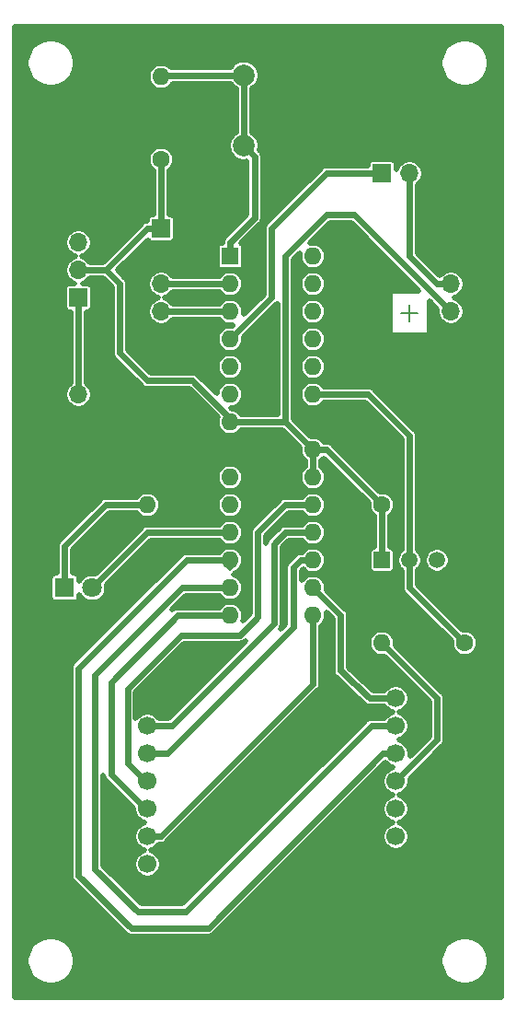
<source format=gbr>
G04 #@! TF.GenerationSoftware,KiCad,Pcbnew,(5.1.6-0)*
G04 #@! TF.CreationDate,2021-01-26T11:22:00+01:00*
G04 #@! TF.ProjectId,BAL,42414c2e-6b69-4636-9164-5f7063625858,rev?*
G04 #@! TF.SameCoordinates,PX70a3730PY8670810*
G04 #@! TF.FileFunction,Copper,L1,Top*
G04 #@! TF.FilePolarity,Positive*
%FSLAX46Y46*%
G04 Gerber Fmt 4.6, Leading zero omitted, Abs format (unit mm)*
G04 Created by KiCad (PCBNEW (5.1.6-0)) date 2021-01-26 11:22:00*
%MOMM*%
%LPD*%
G01*
G04 APERTURE LIST*
G04 #@! TA.AperFunction,NonConductor*
%ADD10C,0.200000*%
G04 #@! TD*
G04 #@! TA.AperFunction,ComponentPad*
%ADD11O,1.700000X1.700000*%
G04 #@! TD*
G04 #@! TA.AperFunction,ComponentPad*
%ADD12R,1.700000X1.700000*%
G04 #@! TD*
G04 #@! TA.AperFunction,ComponentPad*
%ADD13C,1.600000*%
G04 #@! TD*
G04 #@! TA.AperFunction,ComponentPad*
%ADD14C,1.700000*%
G04 #@! TD*
G04 #@! TA.AperFunction,ComponentPad*
%ADD15O,1.600000X1.600000*%
G04 #@! TD*
G04 #@! TA.AperFunction,ComponentPad*
%ADD16R,1.600000X1.600000*%
G04 #@! TD*
G04 #@! TA.AperFunction,ComponentPad*
%ADD17C,1.800000*%
G04 #@! TD*
G04 #@! TA.AperFunction,ComponentPad*
%ADD18R,1.800000X1.800000*%
G04 #@! TD*
G04 #@! TA.AperFunction,ComponentPad*
%ADD19C,1.500000*%
G04 #@! TD*
G04 #@! TA.AperFunction,ComponentPad*
%ADD20R,1.500000X1.500000*%
G04 #@! TD*
G04 #@! TA.AperFunction,ComponentPad*
%ADD21C,2.000000*%
G04 #@! TD*
G04 #@! TA.AperFunction,Conductor*
%ADD22C,0.600000*%
G04 #@! TD*
G04 #@! TA.AperFunction,Conductor*
%ADD23C,1.000000*%
G04 #@! TD*
G04 #@! TA.AperFunction,Conductor*
%ADD24C,0.500000*%
G04 #@! TD*
G04 APERTURE END LIST*
D10*
X36068095Y63357143D02*
X37591904Y63357143D01*
X36830000Y62595239D02*
X36830000Y64119048D01*
D11*
X6350000Y55880000D03*
D12*
X6350000Y53340000D03*
D11*
X40640000Y63500000D03*
X40640000Y66040000D03*
D12*
X40640000Y68580000D03*
D13*
X34290000Y50720000D03*
X34290000Y45720000D03*
D11*
X13970000Y63500000D03*
X13970000Y66040000D03*
X13970000Y68580000D03*
D12*
X13970000Y71120000D03*
D11*
X6350000Y69850000D03*
X6350000Y67310000D03*
D12*
X6350000Y64770000D03*
D14*
X12700000Y27940000D03*
X12700000Y10160000D03*
X12700000Y12700000D03*
X12700000Y15240000D03*
X12700000Y17780000D03*
X12700000Y20320000D03*
X12700000Y22860000D03*
X12700000Y25400000D03*
X35560000Y27940000D03*
X35560000Y25400000D03*
X35560000Y22860000D03*
X35560000Y20320000D03*
X35560000Y17780000D03*
X35560000Y15240000D03*
D12*
X35560000Y12700000D03*
D15*
X27940000Y68580000D03*
X20320000Y35560000D03*
X27940000Y66040000D03*
X20320000Y38100000D03*
X27940000Y63500000D03*
X20320000Y40640000D03*
X27940000Y60960000D03*
X20320000Y43180000D03*
X27940000Y58420000D03*
X20320000Y45720000D03*
X27940000Y55880000D03*
X20320000Y48260000D03*
X27940000Y53340000D03*
X20320000Y50800000D03*
X27940000Y50800000D03*
X20320000Y53340000D03*
X27940000Y48260000D03*
X20320000Y55880000D03*
X27940000Y45720000D03*
X20320000Y58420000D03*
X27940000Y43180000D03*
X20320000Y60960000D03*
X27940000Y40640000D03*
X20320000Y63500000D03*
X27940000Y38100000D03*
X20320000Y66040000D03*
X27940000Y35560000D03*
D16*
X20320000Y68580000D03*
D15*
X12700000Y45720000D03*
D13*
X12700000Y53340000D03*
D17*
X7620000Y38100000D03*
D18*
X5080000Y38100000D03*
D19*
X41910000Y40640000D03*
X39370000Y40640000D03*
X36830000Y40640000D03*
D20*
X34290000Y40640000D03*
D11*
X36830000Y76200000D03*
D12*
X34290000Y76200000D03*
D21*
X21590000Y85240000D03*
X26090000Y85240000D03*
X21590000Y78740000D03*
X26090000Y78740000D03*
D15*
X13970000Y85090000D03*
D13*
X13970000Y77470000D03*
D15*
X34290000Y33020000D03*
D13*
X41910000Y33020000D03*
D22*
X27940000Y50800000D02*
X27940000Y48260000D01*
X29210000Y50800000D02*
X30480000Y49530000D01*
X27940000Y50800000D02*
X29210000Y50800000D01*
D23*
X20320000Y53659998D02*
X20320000Y53340000D01*
D22*
X16829998Y57150000D02*
X20320000Y53659998D01*
X10160000Y59690000D02*
X12700000Y57150000D01*
X12700000Y57150000D02*
X16829998Y57150000D01*
X6350000Y67310000D02*
X8890000Y67310000D01*
X10160000Y66040000D02*
X10160000Y59690000D01*
X8890000Y67310000D02*
X10160000Y66040000D01*
X12700000Y71120000D02*
X8890000Y67310000D01*
X13970000Y71120000D02*
X12700000Y71120000D01*
X34290000Y40640000D02*
X34290000Y45720000D01*
X35560000Y20861998D02*
X35560000Y20320000D01*
X25400000Y53340000D02*
X27940000Y50800000D01*
X20320000Y53340000D02*
X25400000Y53340000D01*
X13970000Y77470000D02*
X13970000Y71120000D01*
X30480000Y49530000D02*
X34290000Y45720000D01*
X35560000Y20320000D02*
X39370000Y24130000D01*
X39370000Y27940000D02*
X34290000Y33020000D01*
X39370000Y26670000D02*
X39370000Y27940000D01*
X39370000Y24130000D02*
X39370000Y26670000D01*
X25400000Y68580000D02*
X25400000Y53340000D01*
X29210000Y72390000D02*
X25400000Y68580000D01*
X31750000Y72390000D02*
X29210000Y72390000D01*
X40640000Y63500000D02*
X31750000Y72390000D01*
X17780000Y53340000D02*
X20320000Y50800000D01*
X12700000Y53340000D02*
X17780000Y53340000D01*
X5080000Y38100000D02*
X5080000Y41910000D01*
X8890000Y45720000D02*
X12700000Y45720000D01*
X5080000Y41910000D02*
X8890000Y45720000D01*
X21590000Y85240000D02*
X21590000Y78740000D01*
X20320000Y68580000D02*
X20320000Y69850000D01*
X22589999Y72119999D02*
X22589999Y77740001D01*
X22589999Y77740001D02*
X21590000Y78740000D01*
X20320000Y69850000D02*
X22589999Y72119999D01*
X14120000Y85240000D02*
X13970000Y85090000D01*
X21590000Y85240000D02*
X14120000Y85240000D01*
X9349990Y29449326D02*
X15460664Y35560000D01*
X9349989Y20932009D02*
X9349990Y29449326D01*
X15460664Y35560000D02*
X20320000Y35560000D01*
X12501998Y17780000D02*
X9349989Y20932009D01*
D23*
X12700000Y17780000D02*
X12501998Y17780000D01*
D22*
X21184001Y33759999D02*
X22860000Y35435998D01*
X15781997Y33759999D02*
X21184001Y33759999D01*
X10849999Y21971999D02*
X10849999Y28828001D01*
X10849999Y28828001D02*
X15781997Y33759999D01*
X12501998Y20320000D02*
X10849999Y21971999D01*
D23*
X12700000Y20320000D02*
X12501998Y20320000D01*
D22*
X22860000Y35435998D02*
X22860000Y43180000D01*
X25400000Y45720000D02*
X27940000Y45720000D01*
X22860000Y43180000D02*
X25400000Y45720000D01*
D23*
X12700000Y25400000D02*
X12824002Y25400000D01*
D22*
X14945336Y25400000D02*
X24360010Y34814674D01*
X12700000Y25400000D02*
X14945336Y25400000D01*
X24360010Y34814674D02*
X24360010Y42140010D01*
X25400000Y43180000D02*
X27940000Y43180000D01*
X24360010Y42140010D02*
X25400000Y43180000D01*
X26808630Y40640000D02*
X27940000Y40640000D01*
X26139999Y39971369D02*
X26808630Y40640000D01*
X26139999Y34473329D02*
X26139999Y39971369D01*
X14526670Y22860000D02*
X26139999Y34473329D01*
X12700000Y22860000D02*
X14526670Y22860000D01*
X12700000Y43180000D02*
X20320000Y43180000D01*
X7620000Y38100000D02*
X12700000Y43180000D01*
X27940000Y29277919D02*
X27940000Y35560000D01*
X13902081Y15240000D02*
X27940000Y29277919D01*
X12700000Y15240000D02*
X13902081Y15240000D01*
X15879330Y38100000D02*
X20320000Y38100000D01*
X7849981Y30070651D02*
X15879330Y38100000D01*
X16206586Y8309999D02*
X11811999Y8309999D01*
X7849981Y12272017D02*
X7849981Y30070651D01*
X11811999Y8309999D02*
X7849981Y12272017D01*
X33296587Y25400000D02*
X16206586Y8309999D01*
X35560000Y25400000D02*
X33296587Y25400000D01*
D24*
X20320000Y39950002D02*
X20320000Y40640000D01*
D22*
X11190674Y6809990D02*
X6349971Y11650693D01*
X18307908Y6809989D02*
X11190674Y6809990D01*
X34357919Y22860000D02*
X18307908Y6809989D01*
X35560000Y22860000D02*
X34357919Y22860000D01*
X16297996Y40640000D02*
X20320000Y40640000D01*
X6349972Y30691976D02*
X16297996Y40640000D01*
X6349971Y11650693D02*
X6349972Y30691976D01*
X33020000Y55880000D02*
X27940000Y55880000D01*
X36830000Y52070000D02*
X33020000Y55880000D01*
X36830000Y40640000D02*
X36830000Y52070000D01*
X36830000Y38100000D02*
X41910000Y33020000D01*
X36830000Y40640000D02*
X36830000Y38100000D01*
X6350000Y64770000D02*
X6350000Y55880000D01*
X20320000Y63500000D02*
X13970000Y63500000D01*
X13970000Y66040000D02*
X20320000Y66040000D01*
X33158616Y27940000D02*
X35560000Y27940000D01*
X30480000Y30480000D02*
X33158616Y27940000D01*
X30480000Y35560000D02*
X30480000Y30480000D01*
X27940000Y38100000D02*
X30480000Y35560000D01*
X39370000Y66040000D02*
X40640000Y66040000D01*
X36830000Y68580000D02*
X39370000Y66040000D01*
X36830000Y76200000D02*
X36830000Y68580000D01*
X24130000Y64770000D02*
X20320000Y60960000D01*
X24130000Y71120000D02*
X24130000Y64770000D01*
X29210000Y76200000D02*
X24130000Y71120000D01*
X34290000Y76200000D02*
X29210000Y76200000D01*
D24*
G36*
X45220001Y500000D02*
G01*
X500000Y500000D01*
X500000Y4034562D01*
X1529981Y4034562D01*
X1529981Y3585438D01*
X1617601Y3144943D01*
X1789473Y2730006D01*
X2038994Y2356573D01*
X2356573Y2038994D01*
X2730006Y1789473D01*
X3144943Y1617601D01*
X3585438Y1529981D01*
X4034562Y1529981D01*
X4475057Y1617601D01*
X4889994Y1789473D01*
X5263427Y2038994D01*
X5581006Y2356573D01*
X5830527Y2730006D01*
X6002399Y3144943D01*
X6090019Y3585438D01*
X6090019Y4034562D01*
X39629981Y4034562D01*
X39629981Y3585438D01*
X39717601Y3144943D01*
X39889473Y2730006D01*
X40138994Y2356573D01*
X40456573Y2038994D01*
X40830006Y1789473D01*
X41244943Y1617601D01*
X41685438Y1529981D01*
X42134562Y1529981D01*
X42575057Y1617601D01*
X42989994Y1789473D01*
X43363427Y2038994D01*
X43681006Y2356573D01*
X43930527Y2730006D01*
X44102399Y3144943D01*
X44190019Y3585438D01*
X44190019Y4034562D01*
X44102399Y4475057D01*
X43930527Y4889994D01*
X43681006Y5263427D01*
X43363427Y5581006D01*
X42989994Y5830527D01*
X42575057Y6002399D01*
X42134562Y6090019D01*
X41685438Y6090019D01*
X41244943Y6002399D01*
X40830006Y5830527D01*
X40456573Y5581006D01*
X40138994Y5263427D01*
X39889473Y4889994D01*
X39717601Y4475057D01*
X39629981Y4034562D01*
X6090019Y4034562D01*
X6002399Y4475057D01*
X5830527Y4889994D01*
X5581006Y5263427D01*
X5263427Y5581006D01*
X4889994Y5830527D01*
X4475057Y6002399D01*
X4034562Y6090019D01*
X3585438Y6090019D01*
X3144943Y6002399D01*
X2730006Y5830527D01*
X2356573Y5581006D01*
X2038994Y5263427D01*
X1789473Y4889994D01*
X1617601Y4475057D01*
X1529981Y4034562D01*
X500000Y4034562D01*
X500000Y11650693D01*
X5596344Y11650693D01*
X5599971Y11613866D01*
X5599971Y11613859D01*
X5610824Y11503668D01*
X5653710Y11362293D01*
X5723352Y11232001D01*
X5817076Y11117799D01*
X5845685Y11094320D01*
X10634304Y6305700D01*
X10657779Y6277096D01*
X10686382Y6253622D01*
X10686390Y6253614D01*
X10771981Y6183371D01*
X10902273Y6113729D01*
X11043648Y6070843D01*
X11190674Y6056363D01*
X11227512Y6059991D01*
X18271080Y6059989D01*
X18307908Y6056362D01*
X18344735Y6059989D01*
X18344742Y6059989D01*
X18454933Y6070842D01*
X18596308Y6113728D01*
X18726600Y6183370D01*
X18840802Y6277094D01*
X18864281Y6305703D01*
X34570050Y22011472D01*
X34731298Y21850224D01*
X34944219Y21707955D01*
X35180804Y21609958D01*
X35281140Y21590000D01*
X35180804Y21570042D01*
X34944219Y21472045D01*
X34731298Y21329776D01*
X34550224Y21148702D01*
X34407955Y20935781D01*
X34309958Y20699196D01*
X34260000Y20448039D01*
X34260000Y20191961D01*
X34309958Y19940804D01*
X34407955Y19704219D01*
X34550224Y19491298D01*
X34731298Y19310224D01*
X34944219Y19167955D01*
X35180804Y19069958D01*
X35281140Y19050000D01*
X35180804Y19030042D01*
X34944219Y18932045D01*
X34731298Y18789776D01*
X34550224Y18608702D01*
X34407955Y18395781D01*
X34309958Y18159196D01*
X34260000Y17908039D01*
X34260000Y17651961D01*
X34309958Y17400804D01*
X34407955Y17164219D01*
X34550224Y16951298D01*
X34731298Y16770224D01*
X34944219Y16627955D01*
X35180804Y16529958D01*
X35281140Y16510000D01*
X35180804Y16490042D01*
X34944219Y16392045D01*
X34731298Y16249776D01*
X34550224Y16068702D01*
X34407955Y15855781D01*
X34309958Y15619196D01*
X34260000Y15368039D01*
X34260000Y15111961D01*
X34309958Y14860804D01*
X34407955Y14624219D01*
X34550224Y14411298D01*
X34731298Y14230224D01*
X34944219Y14087955D01*
X35180804Y13989958D01*
X35431961Y13940000D01*
X35688039Y13940000D01*
X35939196Y13989958D01*
X36175781Y14087955D01*
X36388702Y14230224D01*
X36569776Y14411298D01*
X36712045Y14624219D01*
X36810042Y14860804D01*
X36860000Y15111961D01*
X36860000Y15368039D01*
X36810042Y15619196D01*
X36712045Y15855781D01*
X36569776Y16068702D01*
X36388702Y16249776D01*
X36175781Y16392045D01*
X35939196Y16490042D01*
X35838860Y16510000D01*
X35939196Y16529958D01*
X36175781Y16627955D01*
X36388702Y16770224D01*
X36569776Y16951298D01*
X36712045Y17164219D01*
X36810042Y17400804D01*
X36860000Y17651961D01*
X36860000Y17908039D01*
X36810042Y18159196D01*
X36712045Y18395781D01*
X36569776Y18608702D01*
X36388702Y18789776D01*
X36175781Y18932045D01*
X35939196Y19030042D01*
X35838860Y19050000D01*
X35939196Y19069958D01*
X36175781Y19167955D01*
X36388702Y19310224D01*
X36569776Y19491298D01*
X36712045Y19704219D01*
X36810042Y19940804D01*
X36860000Y20191961D01*
X36860000Y20448039D01*
X36841534Y20540875D01*
X39874287Y23573627D01*
X39902895Y23597105D01*
X39996619Y23711307D01*
X40066261Y23841599D01*
X40109147Y23982974D01*
X40120000Y24093165D01*
X40120000Y24093172D01*
X40123627Y24130000D01*
X40120000Y24166828D01*
X40120000Y27903173D01*
X40123627Y27940000D01*
X40120000Y27976828D01*
X40120000Y27976835D01*
X40109147Y28087026D01*
X40066261Y28228401D01*
X39996619Y28358693D01*
X39902895Y28472895D01*
X39874286Y28496374D01*
X35529012Y32841647D01*
X35540000Y32896886D01*
X35540000Y33143114D01*
X35491963Y33384611D01*
X35397735Y33612097D01*
X35260938Y33816828D01*
X35086828Y33990938D01*
X34882097Y34127735D01*
X34654611Y34221963D01*
X34413114Y34270000D01*
X34166886Y34270000D01*
X33925389Y34221963D01*
X33697903Y34127735D01*
X33493172Y33990938D01*
X33319062Y33816828D01*
X33182265Y33612097D01*
X33088037Y33384611D01*
X33040000Y33143114D01*
X33040000Y32896886D01*
X33088037Y32655389D01*
X33182265Y32427903D01*
X33319062Y32223172D01*
X33493172Y32049062D01*
X33697903Y31912265D01*
X33925389Y31818037D01*
X34166886Y31770000D01*
X34413114Y31770000D01*
X34468353Y31780988D01*
X38620001Y27629339D01*
X38620000Y26633166D01*
X38620001Y26633156D01*
X38620000Y24440660D01*
X36847262Y22667921D01*
X36860000Y22731961D01*
X36860000Y22988039D01*
X36810042Y23239196D01*
X36712045Y23475781D01*
X36569776Y23688702D01*
X36388702Y23869776D01*
X36175781Y24012045D01*
X35939196Y24110042D01*
X35838860Y24130000D01*
X35939196Y24149958D01*
X36175781Y24247955D01*
X36388702Y24390224D01*
X36569776Y24571298D01*
X36712045Y24784219D01*
X36810042Y25020804D01*
X36860000Y25271961D01*
X36860000Y25528039D01*
X36810042Y25779196D01*
X36712045Y26015781D01*
X36569776Y26228702D01*
X36388702Y26409776D01*
X36175781Y26552045D01*
X35939196Y26650042D01*
X35838860Y26670000D01*
X35939196Y26689958D01*
X36175781Y26787955D01*
X36388702Y26930224D01*
X36569776Y27111298D01*
X36712045Y27324219D01*
X36810042Y27560804D01*
X36860000Y27811961D01*
X36860000Y28068039D01*
X36810042Y28319196D01*
X36712045Y28555781D01*
X36569776Y28768702D01*
X36388702Y28949776D01*
X36175781Y29092045D01*
X35939196Y29190042D01*
X35688039Y29240000D01*
X35431961Y29240000D01*
X35180804Y29190042D01*
X34944219Y29092045D01*
X34731298Y28949776D01*
X34550224Y28768702D01*
X34497637Y28690000D01*
X33457673Y28690000D01*
X31230000Y30802391D01*
X31230000Y35523176D01*
X31233627Y35560001D01*
X31230000Y35596826D01*
X31230000Y35596835D01*
X31219147Y35707026D01*
X31176261Y35848401D01*
X31106619Y35978693D01*
X31095391Y35992374D01*
X31036376Y36064285D01*
X31036369Y36064292D01*
X31012895Y36092895D01*
X30984292Y36116369D01*
X29179012Y37921647D01*
X29190000Y37976886D01*
X29190000Y38223114D01*
X29141963Y38464611D01*
X29047735Y38692097D01*
X28910938Y38896828D01*
X28736828Y39070938D01*
X28532097Y39207735D01*
X28304611Y39301963D01*
X28063114Y39350000D01*
X27816886Y39350000D01*
X27575389Y39301963D01*
X27347903Y39207735D01*
X27143172Y39070938D01*
X26969062Y38896828D01*
X26889999Y38778502D01*
X26889999Y39660710D01*
X27020762Y39791472D01*
X27143172Y39669062D01*
X27347903Y39532265D01*
X27575389Y39438037D01*
X27816886Y39390000D01*
X28063114Y39390000D01*
X28304611Y39438037D01*
X28532097Y39532265D01*
X28736828Y39669062D01*
X28910938Y39843172D01*
X29047735Y40047903D01*
X29141963Y40275389D01*
X29190000Y40516886D01*
X29190000Y40763114D01*
X29141963Y41004611D01*
X29047735Y41232097D01*
X28910938Y41436828D01*
X28736828Y41610938D01*
X28532097Y41747735D01*
X28304611Y41841963D01*
X28063114Y41890000D01*
X27816886Y41890000D01*
X27575389Y41841963D01*
X27347903Y41747735D01*
X27143172Y41610938D01*
X26969062Y41436828D01*
X26937773Y41390000D01*
X26845457Y41390000D01*
X26808629Y41393627D01*
X26771802Y41390000D01*
X26771795Y41390000D01*
X26661604Y41379147D01*
X26520229Y41336261D01*
X26389937Y41266619D01*
X26275735Y41172895D01*
X26252256Y41144286D01*
X25635714Y40527743D01*
X25607105Y40504264D01*
X25583626Y40475655D01*
X25583623Y40475652D01*
X25556130Y40442151D01*
X25513381Y40390062D01*
X25492823Y40351600D01*
X25443738Y40259769D01*
X25400852Y40118394D01*
X25386372Y39971369D01*
X25390000Y39934532D01*
X25389999Y34783990D01*
X24916324Y34310315D01*
X24921298Y34316375D01*
X24986629Y34395981D01*
X25056271Y34526273D01*
X25099157Y34667648D01*
X25108565Y34763172D01*
X25110010Y34777839D01*
X25110010Y34777846D01*
X25113637Y34814674D01*
X25110010Y34851502D01*
X25110010Y41829351D01*
X25710660Y42430000D01*
X26937773Y42430000D01*
X26969062Y42383172D01*
X27143172Y42209062D01*
X27347903Y42072265D01*
X27575389Y41978037D01*
X27816886Y41930000D01*
X28063114Y41930000D01*
X28304611Y41978037D01*
X28532097Y42072265D01*
X28736828Y42209062D01*
X28910938Y42383172D01*
X29047735Y42587903D01*
X29141963Y42815389D01*
X29190000Y43056886D01*
X29190000Y43303114D01*
X29141963Y43544611D01*
X29047735Y43772097D01*
X28910938Y43976828D01*
X28736828Y44150938D01*
X28532097Y44287735D01*
X28304611Y44381963D01*
X28063114Y44430000D01*
X27816886Y44430000D01*
X27575389Y44381963D01*
X27347903Y44287735D01*
X27143172Y44150938D01*
X26969062Y43976828D01*
X26937773Y43930000D01*
X25436827Y43930000D01*
X25400000Y43933627D01*
X25363172Y43930000D01*
X25363165Y43930000D01*
X25252974Y43919147D01*
X25111599Y43876261D01*
X24981307Y43806619D01*
X24867105Y43712895D01*
X24843626Y43684286D01*
X23855725Y42696384D01*
X23827116Y42672905D01*
X23803637Y42644296D01*
X23803634Y42644293D01*
X23786672Y42623624D01*
X23733392Y42558703D01*
X23721588Y42536619D01*
X23663749Y42428410D01*
X23620863Y42287035D01*
X23610000Y42176736D01*
X23610000Y42869341D01*
X25710661Y44970000D01*
X26937773Y44970000D01*
X26969062Y44923172D01*
X27143172Y44749062D01*
X27347903Y44612265D01*
X27575389Y44518037D01*
X27816886Y44470000D01*
X28063114Y44470000D01*
X28304611Y44518037D01*
X28532097Y44612265D01*
X28736828Y44749062D01*
X28910938Y44923172D01*
X29047735Y45127903D01*
X29141963Y45355389D01*
X29190000Y45596886D01*
X29190000Y45843114D01*
X29141963Y46084611D01*
X29047735Y46312097D01*
X28910938Y46516828D01*
X28736828Y46690938D01*
X28532097Y46827735D01*
X28304611Y46921963D01*
X28063114Y46970000D01*
X27816886Y46970000D01*
X27575389Y46921963D01*
X27347903Y46827735D01*
X27143172Y46690938D01*
X26969062Y46516828D01*
X26937773Y46470000D01*
X25436824Y46470000D01*
X25399999Y46473627D01*
X25363174Y46470000D01*
X25363165Y46470000D01*
X25252974Y46459147D01*
X25111599Y46416261D01*
X24981307Y46346619D01*
X24981305Y46346618D01*
X24981306Y46346618D01*
X24895715Y46276376D01*
X24895708Y46276369D01*
X24867105Y46252895D01*
X24843630Y46224291D01*
X22355717Y43736376D01*
X22327106Y43712895D01*
X22303627Y43684286D01*
X22303624Y43684283D01*
X22276131Y43650782D01*
X22233382Y43598693D01*
X22204475Y43544611D01*
X22163739Y43468400D01*
X22120853Y43327025D01*
X22106373Y43180000D01*
X22110001Y43143163D01*
X22110000Y35746658D01*
X21495964Y35132621D01*
X21521963Y35195389D01*
X21570000Y35436886D01*
X21570000Y35683114D01*
X21521963Y35924611D01*
X21427735Y36152097D01*
X21290938Y36356828D01*
X21116828Y36530938D01*
X20912097Y36667735D01*
X20684611Y36761963D01*
X20443114Y36810000D01*
X20196886Y36810000D01*
X19955389Y36761963D01*
X19727903Y36667735D01*
X19523172Y36530938D01*
X19349062Y36356828D01*
X19317773Y36310000D01*
X15497491Y36310000D01*
X15460663Y36313627D01*
X15423836Y36310000D01*
X15423829Y36310000D01*
X15313638Y36299147D01*
X15172263Y36256261D01*
X15041971Y36186619D01*
X14956299Y36116309D01*
X16189990Y37350000D01*
X19317773Y37350000D01*
X19349062Y37303172D01*
X19523172Y37129062D01*
X19727903Y36992265D01*
X19955389Y36898037D01*
X20196886Y36850000D01*
X20443114Y36850000D01*
X20684611Y36898037D01*
X20912097Y36992265D01*
X21116828Y37129062D01*
X21290938Y37303172D01*
X21427735Y37507903D01*
X21521963Y37735389D01*
X21570000Y37976886D01*
X21570000Y38223114D01*
X21521963Y38464611D01*
X21427735Y38692097D01*
X21290938Y38896828D01*
X21116828Y39070938D01*
X20912097Y39207735D01*
X20684611Y39301963D01*
X20617520Y39315308D01*
X20710780Y39365157D01*
X20817369Y39452632D01*
X20867594Y39513831D01*
X20912097Y39532265D01*
X21116828Y39669062D01*
X21290938Y39843172D01*
X21427735Y40047903D01*
X21521963Y40275389D01*
X21570000Y40516886D01*
X21570000Y40763114D01*
X21521963Y41004611D01*
X21427735Y41232097D01*
X21290938Y41436828D01*
X21116828Y41610938D01*
X20912097Y41747735D01*
X20684611Y41841963D01*
X20443114Y41890000D01*
X20196886Y41890000D01*
X19955389Y41841963D01*
X19727903Y41747735D01*
X19523172Y41610938D01*
X19349062Y41436828D01*
X19317773Y41390000D01*
X16334820Y41390000D01*
X16297995Y41393627D01*
X16261170Y41390000D01*
X16261161Y41390000D01*
X16150970Y41379147D01*
X16009595Y41336261D01*
X15879303Y41266619D01*
X15879301Y41266618D01*
X15879302Y41266618D01*
X15793711Y41196376D01*
X15793704Y41196369D01*
X15765101Y41172895D01*
X15741626Y41144291D01*
X5845687Y31248350D01*
X5817078Y31224871D01*
X5793599Y31196262D01*
X5793596Y31196259D01*
X5783267Y31183673D01*
X5723354Y31110669D01*
X5690696Y31049570D01*
X5653711Y30980376D01*
X5610825Y30839001D01*
X5596345Y30691976D01*
X5599973Y30655139D01*
X5599971Y11687520D01*
X5596344Y11650693D01*
X500000Y11650693D01*
X500000Y39000000D01*
X3727823Y39000000D01*
X3727823Y37200000D01*
X3736511Y37111785D01*
X3762243Y37026959D01*
X3804029Y36948784D01*
X3860263Y36880263D01*
X3928784Y36824029D01*
X4006959Y36782243D01*
X4091785Y36756511D01*
X4180000Y36747823D01*
X5980000Y36747823D01*
X6068215Y36756511D01*
X6153041Y36782243D01*
X6231216Y36824029D01*
X6299737Y36880263D01*
X6355971Y36948784D01*
X6397757Y37026959D01*
X6423489Y37111785D01*
X6432177Y37200000D01*
X6432177Y37447767D01*
X6571387Y37239425D01*
X6759425Y37051387D01*
X6980535Y36903646D01*
X7226220Y36801880D01*
X7487037Y36750000D01*
X7752963Y36750000D01*
X8013780Y36801880D01*
X8259465Y36903646D01*
X8480575Y37051387D01*
X8668613Y37239425D01*
X8816354Y37460535D01*
X8918120Y37706220D01*
X8970000Y37967037D01*
X8970000Y38232963D01*
X8944055Y38363396D01*
X13010660Y42430000D01*
X19317773Y42430000D01*
X19349062Y42383172D01*
X19523172Y42209062D01*
X19727903Y42072265D01*
X19955389Y41978037D01*
X20196886Y41930000D01*
X20443114Y41930000D01*
X20684611Y41978037D01*
X20912097Y42072265D01*
X21116828Y42209062D01*
X21290938Y42383172D01*
X21427735Y42587903D01*
X21521963Y42815389D01*
X21570000Y43056886D01*
X21570000Y43303114D01*
X21521963Y43544611D01*
X21427735Y43772097D01*
X21290938Y43976828D01*
X21116828Y44150938D01*
X20912097Y44287735D01*
X20684611Y44381963D01*
X20443114Y44430000D01*
X20196886Y44430000D01*
X19955389Y44381963D01*
X19727903Y44287735D01*
X19523172Y44150938D01*
X19349062Y43976828D01*
X19317773Y43930000D01*
X12736827Y43930000D01*
X12700000Y43933627D01*
X12663172Y43930000D01*
X12663165Y43930000D01*
X12552974Y43919147D01*
X12411599Y43876261D01*
X12281307Y43806619D01*
X12167105Y43712895D01*
X12143626Y43684286D01*
X7883396Y39424055D01*
X7752963Y39450000D01*
X7487037Y39450000D01*
X7226220Y39398120D01*
X6980535Y39296354D01*
X6759425Y39148613D01*
X6571387Y38960575D01*
X6432177Y38752233D01*
X6432177Y39000000D01*
X6423489Y39088215D01*
X6397757Y39173041D01*
X6355971Y39251216D01*
X6299737Y39319737D01*
X6231216Y39375971D01*
X6153041Y39417757D01*
X6068215Y39443489D01*
X5980000Y39452177D01*
X5830000Y39452177D01*
X5830000Y41599341D01*
X9200660Y44970000D01*
X11697773Y44970000D01*
X11729062Y44923172D01*
X11903172Y44749062D01*
X12107903Y44612265D01*
X12335389Y44518037D01*
X12576886Y44470000D01*
X12823114Y44470000D01*
X13064611Y44518037D01*
X13292097Y44612265D01*
X13496828Y44749062D01*
X13670938Y44923172D01*
X13807735Y45127903D01*
X13901963Y45355389D01*
X13950000Y45596886D01*
X13950000Y45843114D01*
X19070000Y45843114D01*
X19070000Y45596886D01*
X19118037Y45355389D01*
X19212265Y45127903D01*
X19349062Y44923172D01*
X19523172Y44749062D01*
X19727903Y44612265D01*
X19955389Y44518037D01*
X20196886Y44470000D01*
X20443114Y44470000D01*
X20684611Y44518037D01*
X20912097Y44612265D01*
X21116828Y44749062D01*
X21290938Y44923172D01*
X21427735Y45127903D01*
X21521963Y45355389D01*
X21570000Y45596886D01*
X21570000Y45843114D01*
X21521963Y46084611D01*
X21427735Y46312097D01*
X21290938Y46516828D01*
X21116828Y46690938D01*
X20912097Y46827735D01*
X20684611Y46921963D01*
X20443114Y46970000D01*
X20196886Y46970000D01*
X19955389Y46921963D01*
X19727903Y46827735D01*
X19523172Y46690938D01*
X19349062Y46516828D01*
X19212265Y46312097D01*
X19118037Y46084611D01*
X19070000Y45843114D01*
X13950000Y45843114D01*
X13901963Y46084611D01*
X13807735Y46312097D01*
X13670938Y46516828D01*
X13496828Y46690938D01*
X13292097Y46827735D01*
X13064611Y46921963D01*
X12823114Y46970000D01*
X12576886Y46970000D01*
X12335389Y46921963D01*
X12107903Y46827735D01*
X11903172Y46690938D01*
X11729062Y46516828D01*
X11697773Y46470000D01*
X8926828Y46470000D01*
X8890000Y46473627D01*
X8853172Y46470000D01*
X8853165Y46470000D01*
X8742974Y46459147D01*
X8601599Y46416261D01*
X8471307Y46346619D01*
X8357105Y46252895D01*
X8333626Y46224286D01*
X4575715Y42466374D01*
X4547106Y42442895D01*
X4523627Y42414286D01*
X4523624Y42414283D01*
X4498092Y42383172D01*
X4453382Y42328693D01*
X4431116Y42287036D01*
X4383739Y42198400D01*
X4340853Y42057025D01*
X4326373Y41910000D01*
X4330001Y41873163D01*
X4330000Y39452177D01*
X4180000Y39452177D01*
X4091785Y39443489D01*
X4006959Y39417757D01*
X3928784Y39375971D01*
X3860263Y39319737D01*
X3804029Y39251216D01*
X3762243Y39173041D01*
X3736511Y39088215D01*
X3727823Y39000000D01*
X500000Y39000000D01*
X500000Y48383114D01*
X19070000Y48383114D01*
X19070000Y48136886D01*
X19118037Y47895389D01*
X19212265Y47667903D01*
X19349062Y47463172D01*
X19523172Y47289062D01*
X19727903Y47152265D01*
X19955389Y47058037D01*
X20196886Y47010000D01*
X20443114Y47010000D01*
X20684611Y47058037D01*
X20912097Y47152265D01*
X21116828Y47289062D01*
X21290938Y47463172D01*
X21427735Y47667903D01*
X21521963Y47895389D01*
X21570000Y48136886D01*
X21570000Y48383114D01*
X21521963Y48624611D01*
X21427735Y48852097D01*
X21290938Y49056828D01*
X21116828Y49230938D01*
X20912097Y49367735D01*
X20684611Y49461963D01*
X20443114Y49510000D01*
X20196886Y49510000D01*
X19955389Y49461963D01*
X19727903Y49367735D01*
X19523172Y49230938D01*
X19349062Y49056828D01*
X19212265Y48852097D01*
X19118037Y48624611D01*
X19070000Y48383114D01*
X500000Y48383114D01*
X500000Y65620000D01*
X5047823Y65620000D01*
X5047823Y63920000D01*
X5056511Y63831785D01*
X5082243Y63746959D01*
X5124029Y63668784D01*
X5180263Y63600263D01*
X5248784Y63544029D01*
X5326959Y63502243D01*
X5411785Y63476511D01*
X5500000Y63467823D01*
X5600000Y63467823D01*
X5600001Y56942363D01*
X5521298Y56889776D01*
X5340224Y56708702D01*
X5197955Y56495781D01*
X5099958Y56259196D01*
X5050000Y56008039D01*
X5050000Y55751961D01*
X5099958Y55500804D01*
X5197955Y55264219D01*
X5340224Y55051298D01*
X5521298Y54870224D01*
X5734219Y54727955D01*
X5970804Y54629958D01*
X6221961Y54580000D01*
X6478039Y54580000D01*
X6729196Y54629958D01*
X6965781Y54727955D01*
X7178702Y54870224D01*
X7359776Y55051298D01*
X7502045Y55264219D01*
X7600042Y55500804D01*
X7650000Y55751961D01*
X7650000Y56008039D01*
X7600042Y56259196D01*
X7502045Y56495781D01*
X7359776Y56708702D01*
X7178702Y56889776D01*
X7100000Y56942363D01*
X7100000Y63467823D01*
X7200000Y63467823D01*
X7288215Y63476511D01*
X7373041Y63502243D01*
X7451216Y63544029D01*
X7519737Y63600263D01*
X7575971Y63668784D01*
X7617757Y63746959D01*
X7643489Y63831785D01*
X7652177Y63920000D01*
X7652177Y65620000D01*
X7643489Y65708215D01*
X7617757Y65793041D01*
X7575971Y65871216D01*
X7519737Y65939737D01*
X7451216Y65995971D01*
X7373041Y66037757D01*
X7288215Y66063489D01*
X7200000Y66072177D01*
X6758695Y66072177D01*
X6965781Y66157955D01*
X7178702Y66300224D01*
X7359776Y66481298D01*
X7412363Y66560000D01*
X8579341Y66560000D01*
X9410000Y65729340D01*
X9410001Y59726837D01*
X9406373Y59690000D01*
X9420853Y59542975D01*
X9463739Y59401600D01*
X9463740Y59401599D01*
X9533382Y59271307D01*
X9576131Y59219218D01*
X9603624Y59185717D01*
X9603627Y59185714D01*
X9627106Y59157105D01*
X9655715Y59133626D01*
X12143630Y56645709D01*
X12167105Y56617105D01*
X12195708Y56593631D01*
X12195715Y56593624D01*
X12269925Y56532722D01*
X12281307Y56523381D01*
X12411599Y56453739D01*
X12552974Y56410853D01*
X12663165Y56400000D01*
X12663174Y56400000D01*
X12699999Y56396373D01*
X12736824Y56400000D01*
X16519339Y56400000D01*
X19146357Y53772981D01*
X19118037Y53704611D01*
X19070000Y53463114D01*
X19070000Y53216886D01*
X19118037Y52975389D01*
X19212265Y52747903D01*
X19349062Y52543172D01*
X19523172Y52369062D01*
X19727903Y52232265D01*
X19955389Y52138037D01*
X20196886Y52090000D01*
X20443114Y52090000D01*
X20684611Y52138037D01*
X20912097Y52232265D01*
X21116828Y52369062D01*
X21290938Y52543172D01*
X21322227Y52590000D01*
X25089341Y52590000D01*
X26700988Y50978352D01*
X26690000Y50923114D01*
X26690000Y50676886D01*
X26738037Y50435389D01*
X26832265Y50207903D01*
X26969062Y50003172D01*
X27143172Y49829062D01*
X27190000Y49797772D01*
X27190001Y49262228D01*
X27143172Y49230938D01*
X26969062Y49056828D01*
X26832265Y48852097D01*
X26738037Y48624611D01*
X26690000Y48383114D01*
X26690000Y48136886D01*
X26738037Y47895389D01*
X26832265Y47667903D01*
X26969062Y47463172D01*
X27143172Y47289062D01*
X27347903Y47152265D01*
X27575389Y47058037D01*
X27816886Y47010000D01*
X28063114Y47010000D01*
X28304611Y47058037D01*
X28532097Y47152265D01*
X28736828Y47289062D01*
X28910938Y47463172D01*
X29047735Y47667903D01*
X29141963Y47895389D01*
X29190000Y48136886D01*
X29190000Y48383114D01*
X29141963Y48624611D01*
X29047735Y48852097D01*
X28910938Y49056828D01*
X28736828Y49230938D01*
X28690000Y49262227D01*
X28690000Y49797773D01*
X28736828Y49829062D01*
X28910938Y50003172D01*
X28925049Y50024291D01*
X29975716Y48973624D01*
X29975722Y48973619D01*
X33050988Y45898353D01*
X33040000Y45843114D01*
X33040000Y45596886D01*
X33088037Y45355389D01*
X33182265Y45127903D01*
X33319062Y44923172D01*
X33493172Y44749062D01*
X33540001Y44717772D01*
X33540000Y41842177D01*
X33451785Y41833489D01*
X33366959Y41807757D01*
X33288784Y41765971D01*
X33220263Y41709737D01*
X33164029Y41641216D01*
X33122243Y41563041D01*
X33096511Y41478215D01*
X33087823Y41390000D01*
X33087823Y39890000D01*
X33096511Y39801785D01*
X33122243Y39716959D01*
X33164029Y39638784D01*
X33220263Y39570263D01*
X33288784Y39514029D01*
X33366959Y39472243D01*
X33451785Y39446511D01*
X33540000Y39437823D01*
X35040000Y39437823D01*
X35128215Y39446511D01*
X35213041Y39472243D01*
X35291216Y39514029D01*
X35359737Y39570263D01*
X35415971Y39638784D01*
X35457757Y39716959D01*
X35483489Y39801785D01*
X35492177Y39890000D01*
X35492177Y41390000D01*
X35483489Y41478215D01*
X35457757Y41563041D01*
X35415971Y41641216D01*
X35359737Y41709737D01*
X35291216Y41765971D01*
X35213041Y41807757D01*
X35128215Y41833489D01*
X35040000Y41842177D01*
X35040000Y44717773D01*
X35086828Y44749062D01*
X35260938Y44923172D01*
X35397735Y45127903D01*
X35491963Y45355389D01*
X35540000Y45596886D01*
X35540000Y45843114D01*
X35491963Y46084611D01*
X35397735Y46312097D01*
X35260938Y46516828D01*
X35086828Y46690938D01*
X34882097Y46827735D01*
X34654611Y46921963D01*
X34413114Y46970000D01*
X34166886Y46970000D01*
X34111647Y46959012D01*
X31036381Y50034278D01*
X31036376Y50034284D01*
X29766378Y51304281D01*
X29742895Y51332895D01*
X29628693Y51426619D01*
X29498401Y51496261D01*
X29357026Y51539147D01*
X29246835Y51550000D01*
X29246827Y51550000D01*
X29210000Y51553627D01*
X29173173Y51550000D01*
X28942227Y51550000D01*
X28910938Y51596828D01*
X28736828Y51770938D01*
X28532097Y51907735D01*
X28304611Y52001963D01*
X28063114Y52050000D01*
X27816886Y52050000D01*
X27761648Y52039012D01*
X26150000Y53650659D01*
X26150000Y56003114D01*
X26690000Y56003114D01*
X26690000Y55756886D01*
X26738037Y55515389D01*
X26832265Y55287903D01*
X26969062Y55083172D01*
X27143172Y54909062D01*
X27347903Y54772265D01*
X27575389Y54678037D01*
X27816886Y54630000D01*
X28063114Y54630000D01*
X28304611Y54678037D01*
X28532097Y54772265D01*
X28736828Y54909062D01*
X28910938Y55083172D01*
X28942227Y55130000D01*
X32709341Y55130000D01*
X36080001Y51759339D01*
X36080000Y41582094D01*
X36065045Y41572101D01*
X35897899Y41404955D01*
X35766574Y41208413D01*
X35676116Y40990027D01*
X35630000Y40758190D01*
X35630000Y40521810D01*
X35676116Y40289973D01*
X35766574Y40071587D01*
X35897899Y39875045D01*
X36065045Y39707899D01*
X36080000Y39697906D01*
X36080001Y38136837D01*
X36076373Y38100000D01*
X36090853Y37952975D01*
X36133739Y37811600D01*
X36133740Y37811599D01*
X36203382Y37681307D01*
X36246131Y37629218D01*
X36273624Y37595717D01*
X36273625Y37595716D01*
X36297106Y37567105D01*
X36325715Y37543626D01*
X40670988Y33198352D01*
X40660000Y33143114D01*
X40660000Y32896886D01*
X40708037Y32655389D01*
X40802265Y32427903D01*
X40939062Y32223172D01*
X41113172Y32049062D01*
X41317903Y31912265D01*
X41545389Y31818037D01*
X41786886Y31770000D01*
X42033114Y31770000D01*
X42274611Y31818037D01*
X42502097Y31912265D01*
X42706828Y32049062D01*
X42880938Y32223172D01*
X43017735Y32427903D01*
X43111963Y32655389D01*
X43160000Y32896886D01*
X43160000Y33143114D01*
X43111963Y33384611D01*
X43017735Y33612097D01*
X42880938Y33816828D01*
X42706828Y33990938D01*
X42502097Y34127735D01*
X42274611Y34221963D01*
X42033114Y34270000D01*
X41786886Y34270000D01*
X41731648Y34259012D01*
X37580000Y38410659D01*
X37580000Y39697906D01*
X37594955Y39707899D01*
X37762101Y39875045D01*
X37893426Y40071587D01*
X37983884Y40289973D01*
X38030000Y40521810D01*
X38030000Y40758190D01*
X38170000Y40758190D01*
X38170000Y40521810D01*
X38216116Y40289973D01*
X38306574Y40071587D01*
X38437899Y39875045D01*
X38605045Y39707899D01*
X38801587Y39576574D01*
X39019973Y39486116D01*
X39251810Y39440000D01*
X39488190Y39440000D01*
X39720027Y39486116D01*
X39938413Y39576574D01*
X40134955Y39707899D01*
X40302101Y39875045D01*
X40433426Y40071587D01*
X40523884Y40289973D01*
X40570000Y40521810D01*
X40570000Y40758190D01*
X40523884Y40990027D01*
X40433426Y41208413D01*
X40302101Y41404955D01*
X40134955Y41572101D01*
X39938413Y41703426D01*
X39720027Y41793884D01*
X39488190Y41840000D01*
X39251810Y41840000D01*
X39019973Y41793884D01*
X38801587Y41703426D01*
X38605045Y41572101D01*
X38437899Y41404955D01*
X38306574Y41208413D01*
X38216116Y40990027D01*
X38170000Y40758190D01*
X38030000Y40758190D01*
X37983884Y40990027D01*
X37893426Y41208413D01*
X37762101Y41404955D01*
X37594955Y41572101D01*
X37580000Y41582094D01*
X37580000Y52033172D01*
X37583627Y52070000D01*
X37580000Y52106828D01*
X37580000Y52106835D01*
X37569147Y52217026D01*
X37526261Y52358401D01*
X37456619Y52488693D01*
X37362895Y52602895D01*
X37334286Y52626374D01*
X33576379Y56384280D01*
X33552895Y56412895D01*
X33438693Y56506619D01*
X33308401Y56576261D01*
X33167026Y56619147D01*
X33056835Y56630000D01*
X33056827Y56630000D01*
X33020000Y56633627D01*
X32983173Y56630000D01*
X28942227Y56630000D01*
X28910938Y56676828D01*
X28736828Y56850938D01*
X28532097Y56987735D01*
X28304611Y57081963D01*
X28063114Y57130000D01*
X27816886Y57130000D01*
X27575389Y57081963D01*
X27347903Y56987735D01*
X27143172Y56850938D01*
X26969062Y56676828D01*
X26832265Y56472097D01*
X26738037Y56244611D01*
X26690000Y56003114D01*
X26150000Y56003114D01*
X26150000Y58543114D01*
X26690000Y58543114D01*
X26690000Y58296886D01*
X26738037Y58055389D01*
X26832265Y57827903D01*
X26969062Y57623172D01*
X27143172Y57449062D01*
X27347903Y57312265D01*
X27575389Y57218037D01*
X27816886Y57170000D01*
X28063114Y57170000D01*
X28304611Y57218037D01*
X28532097Y57312265D01*
X28736828Y57449062D01*
X28910938Y57623172D01*
X29047735Y57827903D01*
X29141963Y58055389D01*
X29190000Y58296886D01*
X29190000Y58543114D01*
X29141963Y58784611D01*
X29047735Y59012097D01*
X28910938Y59216828D01*
X28736828Y59390938D01*
X28532097Y59527735D01*
X28304611Y59621963D01*
X28063114Y59670000D01*
X27816886Y59670000D01*
X27575389Y59621963D01*
X27347903Y59527735D01*
X27143172Y59390938D01*
X26969062Y59216828D01*
X26832265Y59012097D01*
X26738037Y58784611D01*
X26690000Y58543114D01*
X26150000Y58543114D01*
X26150000Y61083114D01*
X26690000Y61083114D01*
X26690000Y60836886D01*
X26738037Y60595389D01*
X26832265Y60367903D01*
X26969062Y60163172D01*
X27143172Y59989062D01*
X27347903Y59852265D01*
X27575389Y59758037D01*
X27816886Y59710000D01*
X28063114Y59710000D01*
X28304611Y59758037D01*
X28532097Y59852265D01*
X28736828Y59989062D01*
X28910938Y60163172D01*
X29047735Y60367903D01*
X29141963Y60595389D01*
X29190000Y60836886D01*
X29190000Y61083114D01*
X29141963Y61324611D01*
X29047735Y61552097D01*
X28910938Y61756828D01*
X28736828Y61930938D01*
X28532097Y62067735D01*
X28304611Y62161963D01*
X28063114Y62210000D01*
X27816886Y62210000D01*
X27575389Y62161963D01*
X27347903Y62067735D01*
X27143172Y61930938D01*
X26969062Y61756828D01*
X26832265Y61552097D01*
X26738037Y61324611D01*
X26690000Y61083114D01*
X26150000Y61083114D01*
X26150000Y63623114D01*
X26690000Y63623114D01*
X26690000Y63376886D01*
X26738037Y63135389D01*
X26832265Y62907903D01*
X26969062Y62703172D01*
X27143172Y62529062D01*
X27347903Y62392265D01*
X27575389Y62298037D01*
X27816886Y62250000D01*
X28063114Y62250000D01*
X28304611Y62298037D01*
X28532097Y62392265D01*
X28736828Y62529062D01*
X28910938Y62703172D01*
X29047735Y62907903D01*
X29141963Y63135389D01*
X29190000Y63376886D01*
X29190000Y63623114D01*
X29141963Y63864611D01*
X29047735Y64092097D01*
X28910938Y64296828D01*
X28736828Y64470938D01*
X28532097Y64607735D01*
X28304611Y64701963D01*
X28063114Y64750000D01*
X27816886Y64750000D01*
X27575389Y64701963D01*
X27347903Y64607735D01*
X27143172Y64470938D01*
X26969062Y64296828D01*
X26832265Y64092097D01*
X26738037Y63864611D01*
X26690000Y63623114D01*
X26150000Y63623114D01*
X26150000Y66163114D01*
X26690000Y66163114D01*
X26690000Y65916886D01*
X26738037Y65675389D01*
X26832265Y65447903D01*
X26969062Y65243172D01*
X27143172Y65069062D01*
X27347903Y64932265D01*
X27575389Y64838037D01*
X27816886Y64790000D01*
X28063114Y64790000D01*
X28304611Y64838037D01*
X28532097Y64932265D01*
X28736828Y65069062D01*
X28910938Y65243172D01*
X29047735Y65447903D01*
X29141963Y65675389D01*
X29190000Y65916886D01*
X29190000Y66163114D01*
X29141963Y66404611D01*
X29047735Y66632097D01*
X28910938Y66836828D01*
X28736828Y67010938D01*
X28532097Y67147735D01*
X28304611Y67241963D01*
X28063114Y67290000D01*
X27816886Y67290000D01*
X27575389Y67241963D01*
X27347903Y67147735D01*
X27143172Y67010938D01*
X26969062Y66836828D01*
X26832265Y66632097D01*
X26738037Y66404611D01*
X26690000Y66163114D01*
X26150000Y66163114D01*
X26150000Y68269341D01*
X26716377Y68835717D01*
X26690000Y68703114D01*
X26690000Y68456886D01*
X26738037Y68215389D01*
X26832265Y67987903D01*
X26969062Y67783172D01*
X27143172Y67609062D01*
X27347903Y67472265D01*
X27575389Y67378037D01*
X27816886Y67330000D01*
X28063114Y67330000D01*
X28304611Y67378037D01*
X28532097Y67472265D01*
X28736828Y67609062D01*
X28910938Y67783172D01*
X29047735Y67987903D01*
X29141963Y68215389D01*
X29190000Y68456886D01*
X29190000Y68703114D01*
X29141963Y68944611D01*
X29047735Y69172097D01*
X28910938Y69376828D01*
X28736828Y69550938D01*
X28532097Y69687735D01*
X28304611Y69781963D01*
X28063114Y69830000D01*
X27816886Y69830000D01*
X27684283Y69803623D01*
X29520660Y71640000D01*
X31439341Y71640000D01*
X37639340Y65440000D01*
X35041905Y65440000D01*
X35041905Y61340000D01*
X38618095Y61340000D01*
X38618095Y64461245D01*
X39358466Y63720874D01*
X39340000Y63628039D01*
X39340000Y63371961D01*
X39389958Y63120804D01*
X39487955Y62884219D01*
X39630224Y62671298D01*
X39811298Y62490224D01*
X40024219Y62347955D01*
X40260804Y62249958D01*
X40511961Y62200000D01*
X40768039Y62200000D01*
X41019196Y62249958D01*
X41255781Y62347955D01*
X41468702Y62490224D01*
X41649776Y62671298D01*
X41792045Y62884219D01*
X41890042Y63120804D01*
X41940000Y63371961D01*
X41940000Y63628039D01*
X41890042Y63879196D01*
X41792045Y64115781D01*
X41649776Y64328702D01*
X41468702Y64509776D01*
X41255781Y64652045D01*
X41019196Y64750042D01*
X40918860Y64770000D01*
X41019196Y64789958D01*
X41255781Y64887955D01*
X41468702Y65030224D01*
X41649776Y65211298D01*
X41792045Y65424219D01*
X41890042Y65660804D01*
X41940000Y65911961D01*
X41940000Y66168039D01*
X41890042Y66419196D01*
X41792045Y66655781D01*
X41649776Y66868702D01*
X41468702Y67049776D01*
X41255781Y67192045D01*
X41019196Y67290042D01*
X40768039Y67340000D01*
X40511961Y67340000D01*
X40260804Y67290042D01*
X40024219Y67192045D01*
X39811298Y67049776D01*
X39630224Y66868702D01*
X39618903Y66851758D01*
X37580000Y68890659D01*
X37580000Y75137637D01*
X37658702Y75190224D01*
X37839776Y75371298D01*
X37982045Y75584219D01*
X38080042Y75820804D01*
X38130000Y76071961D01*
X38130000Y76328039D01*
X38080042Y76579196D01*
X37982045Y76815781D01*
X37839776Y77028702D01*
X37658702Y77209776D01*
X37445781Y77352045D01*
X37209196Y77450042D01*
X36958039Y77500000D01*
X36701961Y77500000D01*
X36450804Y77450042D01*
X36214219Y77352045D01*
X36001298Y77209776D01*
X35820224Y77028702D01*
X35677955Y76815781D01*
X35592177Y76608695D01*
X35592177Y77050000D01*
X35583489Y77138215D01*
X35557757Y77223041D01*
X35515971Y77301216D01*
X35459737Y77369737D01*
X35391216Y77425971D01*
X35313041Y77467757D01*
X35228215Y77493489D01*
X35140000Y77502177D01*
X33440000Y77502177D01*
X33351785Y77493489D01*
X33266959Y77467757D01*
X33188784Y77425971D01*
X33120263Y77369737D01*
X33064029Y77301216D01*
X33022243Y77223041D01*
X32996511Y77138215D01*
X32987823Y77050000D01*
X32987823Y76950000D01*
X29246827Y76950000D01*
X29210000Y76953627D01*
X29173172Y76950000D01*
X29173165Y76950000D01*
X29062974Y76939147D01*
X28921599Y76896261D01*
X28791307Y76826619D01*
X28677105Y76732895D01*
X28653626Y76704286D01*
X23625720Y71676379D01*
X23597105Y71652895D01*
X23503381Y71538692D01*
X23433739Y71408400D01*
X23390853Y71267025D01*
X23380000Y71156834D01*
X23380000Y71156827D01*
X23376373Y71120000D01*
X23380000Y71083173D01*
X23380001Y65080661D01*
X21543623Y63244283D01*
X21570000Y63376886D01*
X21570000Y63623114D01*
X21521963Y63864611D01*
X21427735Y64092097D01*
X21290938Y64296828D01*
X21116828Y64470938D01*
X20912097Y64607735D01*
X20684611Y64701963D01*
X20443114Y64750000D01*
X20196886Y64750000D01*
X19955389Y64701963D01*
X19727903Y64607735D01*
X19523172Y64470938D01*
X19349062Y64296828D01*
X19317773Y64250000D01*
X15032363Y64250000D01*
X14979776Y64328702D01*
X14798702Y64509776D01*
X14585781Y64652045D01*
X14349196Y64750042D01*
X14248860Y64770000D01*
X14349196Y64789958D01*
X14585781Y64887955D01*
X14798702Y65030224D01*
X14979776Y65211298D01*
X15032363Y65290000D01*
X19317773Y65290000D01*
X19349062Y65243172D01*
X19523172Y65069062D01*
X19727903Y64932265D01*
X19955389Y64838037D01*
X20196886Y64790000D01*
X20443114Y64790000D01*
X20684611Y64838037D01*
X20912097Y64932265D01*
X21116828Y65069062D01*
X21290938Y65243172D01*
X21427735Y65447903D01*
X21521963Y65675389D01*
X21570000Y65916886D01*
X21570000Y66163114D01*
X21521963Y66404611D01*
X21427735Y66632097D01*
X21290938Y66836828D01*
X21116828Y67010938D01*
X20912097Y67147735D01*
X20684611Y67241963D01*
X20443114Y67290000D01*
X20196886Y67290000D01*
X19955389Y67241963D01*
X19727903Y67147735D01*
X19523172Y67010938D01*
X19349062Y66836828D01*
X19317773Y66790000D01*
X15032363Y66790000D01*
X14979776Y66868702D01*
X14798702Y67049776D01*
X14585781Y67192045D01*
X14349196Y67290042D01*
X14098039Y67340000D01*
X13841961Y67340000D01*
X13590804Y67290042D01*
X13354219Y67192045D01*
X13141298Y67049776D01*
X12960224Y66868702D01*
X12817955Y66655781D01*
X12719958Y66419196D01*
X12670000Y66168039D01*
X12670000Y65911961D01*
X12719958Y65660804D01*
X12817955Y65424219D01*
X12960224Y65211298D01*
X13141298Y65030224D01*
X13354219Y64887955D01*
X13590804Y64789958D01*
X13691140Y64770000D01*
X13590804Y64750042D01*
X13354219Y64652045D01*
X13141298Y64509776D01*
X12960224Y64328702D01*
X12817955Y64115781D01*
X12719958Y63879196D01*
X12670000Y63628039D01*
X12670000Y63371961D01*
X12719958Y63120804D01*
X12817955Y62884219D01*
X12960224Y62671298D01*
X13141298Y62490224D01*
X13354219Y62347955D01*
X13590804Y62249958D01*
X13841961Y62200000D01*
X14098039Y62200000D01*
X14349196Y62249958D01*
X14585781Y62347955D01*
X14798702Y62490224D01*
X14979776Y62671298D01*
X15032363Y62750000D01*
X19317773Y62750000D01*
X19349062Y62703172D01*
X19523172Y62529062D01*
X19727903Y62392265D01*
X19955389Y62298037D01*
X20196886Y62250000D01*
X20443114Y62250000D01*
X20575717Y62276377D01*
X20498353Y62199012D01*
X20443114Y62210000D01*
X20196886Y62210000D01*
X19955389Y62161963D01*
X19727903Y62067735D01*
X19523172Y61930938D01*
X19349062Y61756828D01*
X19212265Y61552097D01*
X19118037Y61324611D01*
X19070000Y61083114D01*
X19070000Y60836886D01*
X19118037Y60595389D01*
X19212265Y60367903D01*
X19349062Y60163172D01*
X19523172Y59989062D01*
X19727903Y59852265D01*
X19955389Y59758037D01*
X20196886Y59710000D01*
X20443114Y59710000D01*
X20684611Y59758037D01*
X20912097Y59852265D01*
X21116828Y59989062D01*
X21290938Y60163172D01*
X21427735Y60367903D01*
X21521963Y60595389D01*
X21570000Y60836886D01*
X21570000Y61083114D01*
X21559012Y61138353D01*
X24634286Y64213626D01*
X24650000Y64226522D01*
X24650001Y54090000D01*
X21322227Y54090000D01*
X21290938Y54136828D01*
X21116828Y54310938D01*
X20912097Y54447735D01*
X20687429Y54540796D01*
X20685307Y54541930D01*
X20506231Y54596252D01*
X20437651Y54603006D01*
X20410658Y54630000D01*
X20443114Y54630000D01*
X20684611Y54678037D01*
X20912097Y54772265D01*
X21116828Y54909062D01*
X21290938Y55083172D01*
X21427735Y55287903D01*
X21521963Y55515389D01*
X21570000Y55756886D01*
X21570000Y56003114D01*
X21521963Y56244611D01*
X21427735Y56472097D01*
X21290938Y56676828D01*
X21116828Y56850938D01*
X20912097Y56987735D01*
X20684611Y57081963D01*
X20443114Y57130000D01*
X20196886Y57130000D01*
X19955389Y57081963D01*
X19727903Y56987735D01*
X19523172Y56850938D01*
X19349062Y56676828D01*
X19212265Y56472097D01*
X19118037Y56244611D01*
X19070000Y56003114D01*
X19070000Y55970657D01*
X17386377Y57654280D01*
X17362893Y57682895D01*
X17248691Y57776619D01*
X17118399Y57846261D01*
X16977024Y57889147D01*
X16866833Y57900000D01*
X16866825Y57900000D01*
X16829998Y57903627D01*
X16793171Y57900000D01*
X13010661Y57900000D01*
X12367547Y58543114D01*
X19070000Y58543114D01*
X19070000Y58296886D01*
X19118037Y58055389D01*
X19212265Y57827903D01*
X19349062Y57623172D01*
X19523172Y57449062D01*
X19727903Y57312265D01*
X19955389Y57218037D01*
X20196886Y57170000D01*
X20443114Y57170000D01*
X20684611Y57218037D01*
X20912097Y57312265D01*
X21116828Y57449062D01*
X21290938Y57623172D01*
X21427735Y57827903D01*
X21521963Y58055389D01*
X21570000Y58296886D01*
X21570000Y58543114D01*
X21521963Y58784611D01*
X21427735Y59012097D01*
X21290938Y59216828D01*
X21116828Y59390938D01*
X20912097Y59527735D01*
X20684611Y59621963D01*
X20443114Y59670000D01*
X20196886Y59670000D01*
X19955389Y59621963D01*
X19727903Y59527735D01*
X19523172Y59390938D01*
X19349062Y59216828D01*
X19212265Y59012097D01*
X19118037Y58784611D01*
X19070000Y58543114D01*
X12367547Y58543114D01*
X10910000Y60000659D01*
X10910000Y66003173D01*
X10913627Y66040001D01*
X10910000Y66076829D01*
X10910000Y66076835D01*
X10899147Y66187026D01*
X10864809Y66300224D01*
X10856261Y66328401D01*
X10807730Y66419196D01*
X10786619Y66458693D01*
X10692895Y66572895D01*
X10664287Y66596373D01*
X9950659Y67310000D01*
X12714565Y70073906D01*
X12744029Y70018784D01*
X12800263Y69950263D01*
X12868784Y69894029D01*
X12946959Y69852243D01*
X13031785Y69826511D01*
X13120000Y69817823D01*
X14820000Y69817823D01*
X14908215Y69826511D01*
X14993041Y69852243D01*
X15071216Y69894029D01*
X15139737Y69950263D01*
X15195971Y70018784D01*
X15237757Y70096959D01*
X15263489Y70181785D01*
X15272177Y70270000D01*
X15272177Y71970000D01*
X15263489Y72058215D01*
X15237757Y72143041D01*
X15195971Y72221216D01*
X15139737Y72289737D01*
X15071216Y72345971D01*
X14993041Y72387757D01*
X14908215Y72413489D01*
X14820000Y72422177D01*
X14720000Y72422177D01*
X14720000Y76467773D01*
X14766828Y76499062D01*
X14940938Y76673172D01*
X15077735Y76877903D01*
X15171963Y77105389D01*
X15220000Y77346886D01*
X15220000Y77593114D01*
X15171963Y77834611D01*
X15077735Y78062097D01*
X14940938Y78266828D01*
X14766828Y78440938D01*
X14562097Y78577735D01*
X14334611Y78671963D01*
X14093114Y78720000D01*
X13846886Y78720000D01*
X13605389Y78671963D01*
X13377903Y78577735D01*
X13173172Y78440938D01*
X12999062Y78266828D01*
X12862265Y78062097D01*
X12768037Y77834611D01*
X12720000Y77593114D01*
X12720000Y77346886D01*
X12768037Y77105389D01*
X12862265Y76877903D01*
X12999062Y76673172D01*
X13173172Y76499062D01*
X13220000Y76467772D01*
X13220001Y72422177D01*
X13120000Y72422177D01*
X13031785Y72413489D01*
X12946959Y72387757D01*
X12868784Y72345971D01*
X12800263Y72289737D01*
X12744029Y72221216D01*
X12702243Y72143041D01*
X12676511Y72058215D01*
X12667823Y71970000D01*
X12667823Y71870458D01*
X12663172Y71870000D01*
X12663165Y71870000D01*
X12552974Y71859147D01*
X12411599Y71816261D01*
X12281307Y71746619D01*
X12226095Y71701307D01*
X12167105Y71652895D01*
X12143626Y71624286D01*
X8579341Y68060000D01*
X7412363Y68060000D01*
X7359776Y68138702D01*
X7178702Y68319776D01*
X6965781Y68462045D01*
X6729196Y68560042D01*
X6628860Y68580000D01*
X6729196Y68599958D01*
X6965781Y68697955D01*
X7178702Y68840224D01*
X7359776Y69021298D01*
X7502045Y69234219D01*
X7600042Y69470804D01*
X7650000Y69721961D01*
X7650000Y69978039D01*
X7600042Y70229196D01*
X7502045Y70465781D01*
X7359776Y70678702D01*
X7178702Y70859776D01*
X6965781Y71002045D01*
X6729196Y71100042D01*
X6478039Y71150000D01*
X6221961Y71150000D01*
X5970804Y71100042D01*
X5734219Y71002045D01*
X5521298Y70859776D01*
X5340224Y70678702D01*
X5197955Y70465781D01*
X5099958Y70229196D01*
X5050000Y69978039D01*
X5050000Y69721961D01*
X5099958Y69470804D01*
X5197955Y69234219D01*
X5340224Y69021298D01*
X5521298Y68840224D01*
X5734219Y68697955D01*
X5970804Y68599958D01*
X6071140Y68580000D01*
X5970804Y68560042D01*
X5734219Y68462045D01*
X5521298Y68319776D01*
X5340224Y68138702D01*
X5197955Y67925781D01*
X5099958Y67689196D01*
X5050000Y67438039D01*
X5050000Y67181961D01*
X5099958Y66930804D01*
X5197955Y66694219D01*
X5340224Y66481298D01*
X5521298Y66300224D01*
X5734219Y66157955D01*
X5941305Y66072177D01*
X5500000Y66072177D01*
X5411785Y66063489D01*
X5326959Y66037757D01*
X5248784Y65995971D01*
X5180263Y65939737D01*
X5124029Y65871216D01*
X5082243Y65793041D01*
X5056511Y65708215D01*
X5047823Y65620000D01*
X500000Y65620000D01*
X500000Y86584562D01*
X1529981Y86584562D01*
X1529981Y86135438D01*
X1617601Y85694943D01*
X1789473Y85280006D01*
X2038994Y84906573D01*
X2356573Y84588994D01*
X2730006Y84339473D01*
X3144943Y84167601D01*
X3585438Y84079981D01*
X4034562Y84079981D01*
X4475057Y84167601D01*
X4889994Y84339473D01*
X5263427Y84588994D01*
X5581006Y84906573D01*
X5785831Y85213114D01*
X12720000Y85213114D01*
X12720000Y84966886D01*
X12768037Y84725389D01*
X12862265Y84497903D01*
X12999062Y84293172D01*
X13173172Y84119062D01*
X13377903Y83982265D01*
X13605389Y83888037D01*
X13846886Y83840000D01*
X14093114Y83840000D01*
X14334611Y83888037D01*
X14562097Y83982265D01*
X14766828Y84119062D01*
X14940938Y84293172D01*
X15072454Y84490000D01*
X20347234Y84490000D01*
X20463711Y84315679D01*
X20665679Y84113711D01*
X20840000Y83997234D01*
X20840001Y79982767D01*
X20665679Y79866289D01*
X20463711Y79664321D01*
X20305027Y79426833D01*
X20195723Y79162949D01*
X20140000Y78882813D01*
X20140000Y78597187D01*
X20195723Y78317051D01*
X20305027Y78053167D01*
X20463711Y77815679D01*
X20665679Y77613711D01*
X20903167Y77455027D01*
X21167051Y77345723D01*
X21447187Y77290000D01*
X21732813Y77290000D01*
X21840000Y77311321D01*
X21839999Y72430660D01*
X19815715Y70406374D01*
X19787106Y70382895D01*
X19763627Y70354286D01*
X19763624Y70354283D01*
X19736131Y70320782D01*
X19693382Y70268693D01*
X19672271Y70229196D01*
X19623739Y70138400D01*
X19580853Y69997025D01*
X19566373Y69850000D01*
X19568128Y69832177D01*
X19520000Y69832177D01*
X19431785Y69823489D01*
X19346959Y69797757D01*
X19268784Y69755971D01*
X19200263Y69699737D01*
X19144029Y69631216D01*
X19102243Y69553041D01*
X19076511Y69468215D01*
X19067823Y69380000D01*
X19067823Y67780000D01*
X19076511Y67691785D01*
X19102243Y67606959D01*
X19144029Y67528784D01*
X19200263Y67460263D01*
X19268784Y67404029D01*
X19346959Y67362243D01*
X19431785Y67336511D01*
X19520000Y67327823D01*
X21120000Y67327823D01*
X21208215Y67336511D01*
X21293041Y67362243D01*
X21371216Y67404029D01*
X21439737Y67460263D01*
X21495971Y67528784D01*
X21537757Y67606959D01*
X21563489Y67691785D01*
X21572177Y67780000D01*
X21572177Y69380000D01*
X21563489Y69468215D01*
X21537757Y69553041D01*
X21495971Y69631216D01*
X21439737Y69699737D01*
X21371216Y69755971D01*
X21316094Y69785435D01*
X23094291Y71563630D01*
X23122894Y71587104D01*
X23146368Y71615707D01*
X23146375Y71615714D01*
X23216617Y71701305D01*
X23216618Y71701306D01*
X23286260Y71831598D01*
X23329146Y71972973D01*
X23339999Y72083164D01*
X23339999Y72083173D01*
X23343626Y72119998D01*
X23339999Y72156823D01*
X23339999Y77703174D01*
X23343626Y77740002D01*
X23339999Y77776829D01*
X23339999Y77776836D01*
X23329146Y77887027D01*
X23286260Y78028402D01*
X23216618Y78158694D01*
X23163328Y78223628D01*
X23146375Y78244285D01*
X23146373Y78244287D01*
X23122894Y78272896D01*
X23094285Y78296375D01*
X22999098Y78391562D01*
X23040000Y78597187D01*
X23040000Y78882813D01*
X22984277Y79162949D01*
X22874973Y79426833D01*
X22716289Y79664321D01*
X22514321Y79866289D01*
X22340000Y79982766D01*
X22340000Y83997234D01*
X22514321Y84113711D01*
X22716289Y84315679D01*
X22874973Y84553167D01*
X22984277Y84817051D01*
X23040000Y85097187D01*
X23040000Y85382813D01*
X22984277Y85662949D01*
X22874973Y85926833D01*
X22716289Y86164321D01*
X22514321Y86366289D01*
X22276833Y86524973D01*
X22132972Y86584562D01*
X39629981Y86584562D01*
X39629981Y86135438D01*
X39717601Y85694943D01*
X39889473Y85280006D01*
X40138994Y84906573D01*
X40456573Y84588994D01*
X40830006Y84339473D01*
X41244943Y84167601D01*
X41685438Y84079981D01*
X42134562Y84079981D01*
X42575057Y84167601D01*
X42989994Y84339473D01*
X43363427Y84588994D01*
X43681006Y84906573D01*
X43930527Y85280006D01*
X44102399Y85694943D01*
X44190019Y86135438D01*
X44190019Y86584562D01*
X44102399Y87025057D01*
X43930527Y87439994D01*
X43681006Y87813427D01*
X43363427Y88131006D01*
X42989994Y88380527D01*
X42575057Y88552399D01*
X42134562Y88640019D01*
X41685438Y88640019D01*
X41244943Y88552399D01*
X40830006Y88380527D01*
X40456573Y88131006D01*
X40138994Y87813427D01*
X39889473Y87439994D01*
X39717601Y87025057D01*
X39629981Y86584562D01*
X22132972Y86584562D01*
X22012949Y86634277D01*
X21732813Y86690000D01*
X21447187Y86690000D01*
X21167051Y86634277D01*
X20903167Y86524973D01*
X20665679Y86366289D01*
X20463711Y86164321D01*
X20347234Y85990000D01*
X14837766Y85990000D01*
X14766828Y86060938D01*
X14562097Y86197735D01*
X14334611Y86291963D01*
X14093114Y86340000D01*
X13846886Y86340000D01*
X13605389Y86291963D01*
X13377903Y86197735D01*
X13173172Y86060938D01*
X12999062Y85886828D01*
X12862265Y85682097D01*
X12768037Y85454611D01*
X12720000Y85213114D01*
X5785831Y85213114D01*
X5830527Y85280006D01*
X6002399Y85694943D01*
X6090019Y86135438D01*
X6090019Y86584562D01*
X6002399Y87025057D01*
X5830527Y87439994D01*
X5581006Y87813427D01*
X5263427Y88131006D01*
X4889994Y88380527D01*
X4475057Y88552399D01*
X4034562Y88640019D01*
X3585438Y88640019D01*
X3144943Y88552399D01*
X2730006Y88380527D01*
X2356573Y88131006D01*
X2038994Y87813427D01*
X1789473Y87439994D01*
X1617601Y87025057D01*
X1529981Y86584562D01*
X500000Y86584562D01*
X500000Y89670000D01*
X45220000Y89670000D01*
X45220001Y500000D01*
G37*
X45220001Y500000D02*
X500000Y500000D01*
X500000Y4034562D01*
X1529981Y4034562D01*
X1529981Y3585438D01*
X1617601Y3144943D01*
X1789473Y2730006D01*
X2038994Y2356573D01*
X2356573Y2038994D01*
X2730006Y1789473D01*
X3144943Y1617601D01*
X3585438Y1529981D01*
X4034562Y1529981D01*
X4475057Y1617601D01*
X4889994Y1789473D01*
X5263427Y2038994D01*
X5581006Y2356573D01*
X5830527Y2730006D01*
X6002399Y3144943D01*
X6090019Y3585438D01*
X6090019Y4034562D01*
X39629981Y4034562D01*
X39629981Y3585438D01*
X39717601Y3144943D01*
X39889473Y2730006D01*
X40138994Y2356573D01*
X40456573Y2038994D01*
X40830006Y1789473D01*
X41244943Y1617601D01*
X41685438Y1529981D01*
X42134562Y1529981D01*
X42575057Y1617601D01*
X42989994Y1789473D01*
X43363427Y2038994D01*
X43681006Y2356573D01*
X43930527Y2730006D01*
X44102399Y3144943D01*
X44190019Y3585438D01*
X44190019Y4034562D01*
X44102399Y4475057D01*
X43930527Y4889994D01*
X43681006Y5263427D01*
X43363427Y5581006D01*
X42989994Y5830527D01*
X42575057Y6002399D01*
X42134562Y6090019D01*
X41685438Y6090019D01*
X41244943Y6002399D01*
X40830006Y5830527D01*
X40456573Y5581006D01*
X40138994Y5263427D01*
X39889473Y4889994D01*
X39717601Y4475057D01*
X39629981Y4034562D01*
X6090019Y4034562D01*
X6002399Y4475057D01*
X5830527Y4889994D01*
X5581006Y5263427D01*
X5263427Y5581006D01*
X4889994Y5830527D01*
X4475057Y6002399D01*
X4034562Y6090019D01*
X3585438Y6090019D01*
X3144943Y6002399D01*
X2730006Y5830527D01*
X2356573Y5581006D01*
X2038994Y5263427D01*
X1789473Y4889994D01*
X1617601Y4475057D01*
X1529981Y4034562D01*
X500000Y4034562D01*
X500000Y11650693D01*
X5596344Y11650693D01*
X5599971Y11613866D01*
X5599971Y11613859D01*
X5610824Y11503668D01*
X5653710Y11362293D01*
X5723352Y11232001D01*
X5817076Y11117799D01*
X5845685Y11094320D01*
X10634304Y6305700D01*
X10657779Y6277096D01*
X10686382Y6253622D01*
X10686390Y6253614D01*
X10771981Y6183371D01*
X10902273Y6113729D01*
X11043648Y6070843D01*
X11190674Y6056363D01*
X11227512Y6059991D01*
X18271080Y6059989D01*
X18307908Y6056362D01*
X18344735Y6059989D01*
X18344742Y6059989D01*
X18454933Y6070842D01*
X18596308Y6113728D01*
X18726600Y6183370D01*
X18840802Y6277094D01*
X18864281Y6305703D01*
X34570050Y22011472D01*
X34731298Y21850224D01*
X34944219Y21707955D01*
X35180804Y21609958D01*
X35281140Y21590000D01*
X35180804Y21570042D01*
X34944219Y21472045D01*
X34731298Y21329776D01*
X34550224Y21148702D01*
X34407955Y20935781D01*
X34309958Y20699196D01*
X34260000Y20448039D01*
X34260000Y20191961D01*
X34309958Y19940804D01*
X34407955Y19704219D01*
X34550224Y19491298D01*
X34731298Y19310224D01*
X34944219Y19167955D01*
X35180804Y19069958D01*
X35281140Y19050000D01*
X35180804Y19030042D01*
X34944219Y18932045D01*
X34731298Y18789776D01*
X34550224Y18608702D01*
X34407955Y18395781D01*
X34309958Y18159196D01*
X34260000Y17908039D01*
X34260000Y17651961D01*
X34309958Y17400804D01*
X34407955Y17164219D01*
X34550224Y16951298D01*
X34731298Y16770224D01*
X34944219Y16627955D01*
X35180804Y16529958D01*
X35281140Y16510000D01*
X35180804Y16490042D01*
X34944219Y16392045D01*
X34731298Y16249776D01*
X34550224Y16068702D01*
X34407955Y15855781D01*
X34309958Y15619196D01*
X34260000Y15368039D01*
X34260000Y15111961D01*
X34309958Y14860804D01*
X34407955Y14624219D01*
X34550224Y14411298D01*
X34731298Y14230224D01*
X34944219Y14087955D01*
X35180804Y13989958D01*
X35431961Y13940000D01*
X35688039Y13940000D01*
X35939196Y13989958D01*
X36175781Y14087955D01*
X36388702Y14230224D01*
X36569776Y14411298D01*
X36712045Y14624219D01*
X36810042Y14860804D01*
X36860000Y15111961D01*
X36860000Y15368039D01*
X36810042Y15619196D01*
X36712045Y15855781D01*
X36569776Y16068702D01*
X36388702Y16249776D01*
X36175781Y16392045D01*
X35939196Y16490042D01*
X35838860Y16510000D01*
X35939196Y16529958D01*
X36175781Y16627955D01*
X36388702Y16770224D01*
X36569776Y16951298D01*
X36712045Y17164219D01*
X36810042Y17400804D01*
X36860000Y17651961D01*
X36860000Y17908039D01*
X36810042Y18159196D01*
X36712045Y18395781D01*
X36569776Y18608702D01*
X36388702Y18789776D01*
X36175781Y18932045D01*
X35939196Y19030042D01*
X35838860Y19050000D01*
X35939196Y19069958D01*
X36175781Y19167955D01*
X36388702Y19310224D01*
X36569776Y19491298D01*
X36712045Y19704219D01*
X36810042Y19940804D01*
X36860000Y20191961D01*
X36860000Y20448039D01*
X36841534Y20540875D01*
X39874287Y23573627D01*
X39902895Y23597105D01*
X39996619Y23711307D01*
X40066261Y23841599D01*
X40109147Y23982974D01*
X40120000Y24093165D01*
X40120000Y24093172D01*
X40123627Y24130000D01*
X40120000Y24166828D01*
X40120000Y27903173D01*
X40123627Y27940000D01*
X40120000Y27976828D01*
X40120000Y27976835D01*
X40109147Y28087026D01*
X40066261Y28228401D01*
X39996619Y28358693D01*
X39902895Y28472895D01*
X39874286Y28496374D01*
X35529012Y32841647D01*
X35540000Y32896886D01*
X35540000Y33143114D01*
X35491963Y33384611D01*
X35397735Y33612097D01*
X35260938Y33816828D01*
X35086828Y33990938D01*
X34882097Y34127735D01*
X34654611Y34221963D01*
X34413114Y34270000D01*
X34166886Y34270000D01*
X33925389Y34221963D01*
X33697903Y34127735D01*
X33493172Y33990938D01*
X33319062Y33816828D01*
X33182265Y33612097D01*
X33088037Y33384611D01*
X33040000Y33143114D01*
X33040000Y32896886D01*
X33088037Y32655389D01*
X33182265Y32427903D01*
X33319062Y32223172D01*
X33493172Y32049062D01*
X33697903Y31912265D01*
X33925389Y31818037D01*
X34166886Y31770000D01*
X34413114Y31770000D01*
X34468353Y31780988D01*
X38620001Y27629339D01*
X38620000Y26633166D01*
X38620001Y26633156D01*
X38620000Y24440660D01*
X36847262Y22667921D01*
X36860000Y22731961D01*
X36860000Y22988039D01*
X36810042Y23239196D01*
X36712045Y23475781D01*
X36569776Y23688702D01*
X36388702Y23869776D01*
X36175781Y24012045D01*
X35939196Y24110042D01*
X35838860Y24130000D01*
X35939196Y24149958D01*
X36175781Y24247955D01*
X36388702Y24390224D01*
X36569776Y24571298D01*
X36712045Y24784219D01*
X36810042Y25020804D01*
X36860000Y25271961D01*
X36860000Y25528039D01*
X36810042Y25779196D01*
X36712045Y26015781D01*
X36569776Y26228702D01*
X36388702Y26409776D01*
X36175781Y26552045D01*
X35939196Y26650042D01*
X35838860Y26670000D01*
X35939196Y26689958D01*
X36175781Y26787955D01*
X36388702Y26930224D01*
X36569776Y27111298D01*
X36712045Y27324219D01*
X36810042Y27560804D01*
X36860000Y27811961D01*
X36860000Y28068039D01*
X36810042Y28319196D01*
X36712045Y28555781D01*
X36569776Y28768702D01*
X36388702Y28949776D01*
X36175781Y29092045D01*
X35939196Y29190042D01*
X35688039Y29240000D01*
X35431961Y29240000D01*
X35180804Y29190042D01*
X34944219Y29092045D01*
X34731298Y28949776D01*
X34550224Y28768702D01*
X34497637Y28690000D01*
X33457673Y28690000D01*
X31230000Y30802391D01*
X31230000Y35523176D01*
X31233627Y35560001D01*
X31230000Y35596826D01*
X31230000Y35596835D01*
X31219147Y35707026D01*
X31176261Y35848401D01*
X31106619Y35978693D01*
X31095391Y35992374D01*
X31036376Y36064285D01*
X31036369Y36064292D01*
X31012895Y36092895D01*
X30984292Y36116369D01*
X29179012Y37921647D01*
X29190000Y37976886D01*
X29190000Y38223114D01*
X29141963Y38464611D01*
X29047735Y38692097D01*
X28910938Y38896828D01*
X28736828Y39070938D01*
X28532097Y39207735D01*
X28304611Y39301963D01*
X28063114Y39350000D01*
X27816886Y39350000D01*
X27575389Y39301963D01*
X27347903Y39207735D01*
X27143172Y39070938D01*
X26969062Y38896828D01*
X26889999Y38778502D01*
X26889999Y39660710D01*
X27020762Y39791472D01*
X27143172Y39669062D01*
X27347903Y39532265D01*
X27575389Y39438037D01*
X27816886Y39390000D01*
X28063114Y39390000D01*
X28304611Y39438037D01*
X28532097Y39532265D01*
X28736828Y39669062D01*
X28910938Y39843172D01*
X29047735Y40047903D01*
X29141963Y40275389D01*
X29190000Y40516886D01*
X29190000Y40763114D01*
X29141963Y41004611D01*
X29047735Y41232097D01*
X28910938Y41436828D01*
X28736828Y41610938D01*
X28532097Y41747735D01*
X28304611Y41841963D01*
X28063114Y41890000D01*
X27816886Y41890000D01*
X27575389Y41841963D01*
X27347903Y41747735D01*
X27143172Y41610938D01*
X26969062Y41436828D01*
X26937773Y41390000D01*
X26845457Y41390000D01*
X26808629Y41393627D01*
X26771802Y41390000D01*
X26771795Y41390000D01*
X26661604Y41379147D01*
X26520229Y41336261D01*
X26389937Y41266619D01*
X26275735Y41172895D01*
X26252256Y41144286D01*
X25635714Y40527743D01*
X25607105Y40504264D01*
X25583626Y40475655D01*
X25583623Y40475652D01*
X25556130Y40442151D01*
X25513381Y40390062D01*
X25492823Y40351600D01*
X25443738Y40259769D01*
X25400852Y40118394D01*
X25386372Y39971369D01*
X25390000Y39934532D01*
X25389999Y34783990D01*
X24916324Y34310315D01*
X24921298Y34316375D01*
X24986629Y34395981D01*
X25056271Y34526273D01*
X25099157Y34667648D01*
X25108565Y34763172D01*
X25110010Y34777839D01*
X25110010Y34777846D01*
X25113637Y34814674D01*
X25110010Y34851502D01*
X25110010Y41829351D01*
X25710660Y42430000D01*
X26937773Y42430000D01*
X26969062Y42383172D01*
X27143172Y42209062D01*
X27347903Y42072265D01*
X27575389Y41978037D01*
X27816886Y41930000D01*
X28063114Y41930000D01*
X28304611Y41978037D01*
X28532097Y42072265D01*
X28736828Y42209062D01*
X28910938Y42383172D01*
X29047735Y42587903D01*
X29141963Y42815389D01*
X29190000Y43056886D01*
X29190000Y43303114D01*
X29141963Y43544611D01*
X29047735Y43772097D01*
X28910938Y43976828D01*
X28736828Y44150938D01*
X28532097Y44287735D01*
X28304611Y44381963D01*
X28063114Y44430000D01*
X27816886Y44430000D01*
X27575389Y44381963D01*
X27347903Y44287735D01*
X27143172Y44150938D01*
X26969062Y43976828D01*
X26937773Y43930000D01*
X25436827Y43930000D01*
X25400000Y43933627D01*
X25363172Y43930000D01*
X25363165Y43930000D01*
X25252974Y43919147D01*
X25111599Y43876261D01*
X24981307Y43806619D01*
X24867105Y43712895D01*
X24843626Y43684286D01*
X23855725Y42696384D01*
X23827116Y42672905D01*
X23803637Y42644296D01*
X23803634Y42644293D01*
X23786672Y42623624D01*
X23733392Y42558703D01*
X23721588Y42536619D01*
X23663749Y42428410D01*
X23620863Y42287035D01*
X23610000Y42176736D01*
X23610000Y42869341D01*
X25710661Y44970000D01*
X26937773Y44970000D01*
X26969062Y44923172D01*
X27143172Y44749062D01*
X27347903Y44612265D01*
X27575389Y44518037D01*
X27816886Y44470000D01*
X28063114Y44470000D01*
X28304611Y44518037D01*
X28532097Y44612265D01*
X28736828Y44749062D01*
X28910938Y44923172D01*
X29047735Y45127903D01*
X29141963Y45355389D01*
X29190000Y45596886D01*
X29190000Y45843114D01*
X29141963Y46084611D01*
X29047735Y46312097D01*
X28910938Y46516828D01*
X28736828Y46690938D01*
X28532097Y46827735D01*
X28304611Y46921963D01*
X28063114Y46970000D01*
X27816886Y46970000D01*
X27575389Y46921963D01*
X27347903Y46827735D01*
X27143172Y46690938D01*
X26969062Y46516828D01*
X26937773Y46470000D01*
X25436824Y46470000D01*
X25399999Y46473627D01*
X25363174Y46470000D01*
X25363165Y46470000D01*
X25252974Y46459147D01*
X25111599Y46416261D01*
X24981307Y46346619D01*
X24981305Y46346618D01*
X24981306Y46346618D01*
X24895715Y46276376D01*
X24895708Y46276369D01*
X24867105Y46252895D01*
X24843630Y46224291D01*
X22355717Y43736376D01*
X22327106Y43712895D01*
X22303627Y43684286D01*
X22303624Y43684283D01*
X22276131Y43650782D01*
X22233382Y43598693D01*
X22204475Y43544611D01*
X22163739Y43468400D01*
X22120853Y43327025D01*
X22106373Y43180000D01*
X22110001Y43143163D01*
X22110000Y35746658D01*
X21495964Y35132621D01*
X21521963Y35195389D01*
X21570000Y35436886D01*
X21570000Y35683114D01*
X21521963Y35924611D01*
X21427735Y36152097D01*
X21290938Y36356828D01*
X21116828Y36530938D01*
X20912097Y36667735D01*
X20684611Y36761963D01*
X20443114Y36810000D01*
X20196886Y36810000D01*
X19955389Y36761963D01*
X19727903Y36667735D01*
X19523172Y36530938D01*
X19349062Y36356828D01*
X19317773Y36310000D01*
X15497491Y36310000D01*
X15460663Y36313627D01*
X15423836Y36310000D01*
X15423829Y36310000D01*
X15313638Y36299147D01*
X15172263Y36256261D01*
X15041971Y36186619D01*
X14956299Y36116309D01*
X16189990Y37350000D01*
X19317773Y37350000D01*
X19349062Y37303172D01*
X19523172Y37129062D01*
X19727903Y36992265D01*
X19955389Y36898037D01*
X20196886Y36850000D01*
X20443114Y36850000D01*
X20684611Y36898037D01*
X20912097Y36992265D01*
X21116828Y37129062D01*
X21290938Y37303172D01*
X21427735Y37507903D01*
X21521963Y37735389D01*
X21570000Y37976886D01*
X21570000Y38223114D01*
X21521963Y38464611D01*
X21427735Y38692097D01*
X21290938Y38896828D01*
X21116828Y39070938D01*
X20912097Y39207735D01*
X20684611Y39301963D01*
X20617520Y39315308D01*
X20710780Y39365157D01*
X20817369Y39452632D01*
X20867594Y39513831D01*
X20912097Y39532265D01*
X21116828Y39669062D01*
X21290938Y39843172D01*
X21427735Y40047903D01*
X21521963Y40275389D01*
X21570000Y40516886D01*
X21570000Y40763114D01*
X21521963Y41004611D01*
X21427735Y41232097D01*
X21290938Y41436828D01*
X21116828Y41610938D01*
X20912097Y41747735D01*
X20684611Y41841963D01*
X20443114Y41890000D01*
X20196886Y41890000D01*
X19955389Y41841963D01*
X19727903Y41747735D01*
X19523172Y41610938D01*
X19349062Y41436828D01*
X19317773Y41390000D01*
X16334820Y41390000D01*
X16297995Y41393627D01*
X16261170Y41390000D01*
X16261161Y41390000D01*
X16150970Y41379147D01*
X16009595Y41336261D01*
X15879303Y41266619D01*
X15879301Y41266618D01*
X15879302Y41266618D01*
X15793711Y41196376D01*
X15793704Y41196369D01*
X15765101Y41172895D01*
X15741626Y41144291D01*
X5845687Y31248350D01*
X5817078Y31224871D01*
X5793599Y31196262D01*
X5793596Y31196259D01*
X5783267Y31183673D01*
X5723354Y31110669D01*
X5690696Y31049570D01*
X5653711Y30980376D01*
X5610825Y30839001D01*
X5596345Y30691976D01*
X5599973Y30655139D01*
X5599971Y11687520D01*
X5596344Y11650693D01*
X500000Y11650693D01*
X500000Y39000000D01*
X3727823Y39000000D01*
X3727823Y37200000D01*
X3736511Y37111785D01*
X3762243Y37026959D01*
X3804029Y36948784D01*
X3860263Y36880263D01*
X3928784Y36824029D01*
X4006959Y36782243D01*
X4091785Y36756511D01*
X4180000Y36747823D01*
X5980000Y36747823D01*
X6068215Y36756511D01*
X6153041Y36782243D01*
X6231216Y36824029D01*
X6299737Y36880263D01*
X6355971Y36948784D01*
X6397757Y37026959D01*
X6423489Y37111785D01*
X6432177Y37200000D01*
X6432177Y37447767D01*
X6571387Y37239425D01*
X6759425Y37051387D01*
X6980535Y36903646D01*
X7226220Y36801880D01*
X7487037Y36750000D01*
X7752963Y36750000D01*
X8013780Y36801880D01*
X8259465Y36903646D01*
X8480575Y37051387D01*
X8668613Y37239425D01*
X8816354Y37460535D01*
X8918120Y37706220D01*
X8970000Y37967037D01*
X8970000Y38232963D01*
X8944055Y38363396D01*
X13010660Y42430000D01*
X19317773Y42430000D01*
X19349062Y42383172D01*
X19523172Y42209062D01*
X19727903Y42072265D01*
X19955389Y41978037D01*
X20196886Y41930000D01*
X20443114Y41930000D01*
X20684611Y41978037D01*
X20912097Y42072265D01*
X21116828Y42209062D01*
X21290938Y42383172D01*
X21427735Y42587903D01*
X21521963Y42815389D01*
X21570000Y43056886D01*
X21570000Y43303114D01*
X21521963Y43544611D01*
X21427735Y43772097D01*
X21290938Y43976828D01*
X21116828Y44150938D01*
X20912097Y44287735D01*
X20684611Y44381963D01*
X20443114Y44430000D01*
X20196886Y44430000D01*
X19955389Y44381963D01*
X19727903Y44287735D01*
X19523172Y44150938D01*
X19349062Y43976828D01*
X19317773Y43930000D01*
X12736827Y43930000D01*
X12700000Y43933627D01*
X12663172Y43930000D01*
X12663165Y43930000D01*
X12552974Y43919147D01*
X12411599Y43876261D01*
X12281307Y43806619D01*
X12167105Y43712895D01*
X12143626Y43684286D01*
X7883396Y39424055D01*
X7752963Y39450000D01*
X7487037Y39450000D01*
X7226220Y39398120D01*
X6980535Y39296354D01*
X6759425Y39148613D01*
X6571387Y38960575D01*
X6432177Y38752233D01*
X6432177Y39000000D01*
X6423489Y39088215D01*
X6397757Y39173041D01*
X6355971Y39251216D01*
X6299737Y39319737D01*
X6231216Y39375971D01*
X6153041Y39417757D01*
X6068215Y39443489D01*
X5980000Y39452177D01*
X5830000Y39452177D01*
X5830000Y41599341D01*
X9200660Y44970000D01*
X11697773Y44970000D01*
X11729062Y44923172D01*
X11903172Y44749062D01*
X12107903Y44612265D01*
X12335389Y44518037D01*
X12576886Y44470000D01*
X12823114Y44470000D01*
X13064611Y44518037D01*
X13292097Y44612265D01*
X13496828Y44749062D01*
X13670938Y44923172D01*
X13807735Y45127903D01*
X13901963Y45355389D01*
X13950000Y45596886D01*
X13950000Y45843114D01*
X19070000Y45843114D01*
X19070000Y45596886D01*
X19118037Y45355389D01*
X19212265Y45127903D01*
X19349062Y44923172D01*
X19523172Y44749062D01*
X19727903Y44612265D01*
X19955389Y44518037D01*
X20196886Y44470000D01*
X20443114Y44470000D01*
X20684611Y44518037D01*
X20912097Y44612265D01*
X21116828Y44749062D01*
X21290938Y44923172D01*
X21427735Y45127903D01*
X21521963Y45355389D01*
X21570000Y45596886D01*
X21570000Y45843114D01*
X21521963Y46084611D01*
X21427735Y46312097D01*
X21290938Y46516828D01*
X21116828Y46690938D01*
X20912097Y46827735D01*
X20684611Y46921963D01*
X20443114Y46970000D01*
X20196886Y46970000D01*
X19955389Y46921963D01*
X19727903Y46827735D01*
X19523172Y46690938D01*
X19349062Y46516828D01*
X19212265Y46312097D01*
X19118037Y46084611D01*
X19070000Y45843114D01*
X13950000Y45843114D01*
X13901963Y46084611D01*
X13807735Y46312097D01*
X13670938Y46516828D01*
X13496828Y46690938D01*
X13292097Y46827735D01*
X13064611Y46921963D01*
X12823114Y46970000D01*
X12576886Y46970000D01*
X12335389Y46921963D01*
X12107903Y46827735D01*
X11903172Y46690938D01*
X11729062Y46516828D01*
X11697773Y46470000D01*
X8926828Y46470000D01*
X8890000Y46473627D01*
X8853172Y46470000D01*
X8853165Y46470000D01*
X8742974Y46459147D01*
X8601599Y46416261D01*
X8471307Y46346619D01*
X8357105Y46252895D01*
X8333626Y46224286D01*
X4575715Y42466374D01*
X4547106Y42442895D01*
X4523627Y42414286D01*
X4523624Y42414283D01*
X4498092Y42383172D01*
X4453382Y42328693D01*
X4431116Y42287036D01*
X4383739Y42198400D01*
X4340853Y42057025D01*
X4326373Y41910000D01*
X4330001Y41873163D01*
X4330000Y39452177D01*
X4180000Y39452177D01*
X4091785Y39443489D01*
X4006959Y39417757D01*
X3928784Y39375971D01*
X3860263Y39319737D01*
X3804029Y39251216D01*
X3762243Y39173041D01*
X3736511Y39088215D01*
X3727823Y39000000D01*
X500000Y39000000D01*
X500000Y48383114D01*
X19070000Y48383114D01*
X19070000Y48136886D01*
X19118037Y47895389D01*
X19212265Y47667903D01*
X19349062Y47463172D01*
X19523172Y47289062D01*
X19727903Y47152265D01*
X19955389Y47058037D01*
X20196886Y47010000D01*
X20443114Y47010000D01*
X20684611Y47058037D01*
X20912097Y47152265D01*
X21116828Y47289062D01*
X21290938Y47463172D01*
X21427735Y47667903D01*
X21521963Y47895389D01*
X21570000Y48136886D01*
X21570000Y48383114D01*
X21521963Y48624611D01*
X21427735Y48852097D01*
X21290938Y49056828D01*
X21116828Y49230938D01*
X20912097Y49367735D01*
X20684611Y49461963D01*
X20443114Y49510000D01*
X20196886Y49510000D01*
X19955389Y49461963D01*
X19727903Y49367735D01*
X19523172Y49230938D01*
X19349062Y49056828D01*
X19212265Y48852097D01*
X19118037Y48624611D01*
X19070000Y48383114D01*
X500000Y48383114D01*
X500000Y65620000D01*
X5047823Y65620000D01*
X5047823Y63920000D01*
X5056511Y63831785D01*
X5082243Y63746959D01*
X5124029Y63668784D01*
X5180263Y63600263D01*
X5248784Y63544029D01*
X5326959Y63502243D01*
X5411785Y63476511D01*
X5500000Y63467823D01*
X5600000Y63467823D01*
X5600001Y56942363D01*
X5521298Y56889776D01*
X5340224Y56708702D01*
X5197955Y56495781D01*
X5099958Y56259196D01*
X5050000Y56008039D01*
X5050000Y55751961D01*
X5099958Y55500804D01*
X5197955Y55264219D01*
X5340224Y55051298D01*
X5521298Y54870224D01*
X5734219Y54727955D01*
X5970804Y54629958D01*
X6221961Y54580000D01*
X6478039Y54580000D01*
X6729196Y54629958D01*
X6965781Y54727955D01*
X7178702Y54870224D01*
X7359776Y55051298D01*
X7502045Y55264219D01*
X7600042Y55500804D01*
X7650000Y55751961D01*
X7650000Y56008039D01*
X7600042Y56259196D01*
X7502045Y56495781D01*
X7359776Y56708702D01*
X7178702Y56889776D01*
X7100000Y56942363D01*
X7100000Y63467823D01*
X7200000Y63467823D01*
X7288215Y63476511D01*
X7373041Y63502243D01*
X7451216Y63544029D01*
X7519737Y63600263D01*
X7575971Y63668784D01*
X7617757Y63746959D01*
X7643489Y63831785D01*
X7652177Y63920000D01*
X7652177Y65620000D01*
X7643489Y65708215D01*
X7617757Y65793041D01*
X7575971Y65871216D01*
X7519737Y65939737D01*
X7451216Y65995971D01*
X7373041Y66037757D01*
X7288215Y66063489D01*
X7200000Y66072177D01*
X6758695Y66072177D01*
X6965781Y66157955D01*
X7178702Y66300224D01*
X7359776Y66481298D01*
X7412363Y66560000D01*
X8579341Y66560000D01*
X9410000Y65729340D01*
X9410001Y59726837D01*
X9406373Y59690000D01*
X9420853Y59542975D01*
X9463739Y59401600D01*
X9463740Y59401599D01*
X9533382Y59271307D01*
X9576131Y59219218D01*
X9603624Y59185717D01*
X9603627Y59185714D01*
X9627106Y59157105D01*
X9655715Y59133626D01*
X12143630Y56645709D01*
X12167105Y56617105D01*
X12195708Y56593631D01*
X12195715Y56593624D01*
X12269925Y56532722D01*
X12281307Y56523381D01*
X12411599Y56453739D01*
X12552974Y56410853D01*
X12663165Y56400000D01*
X12663174Y56400000D01*
X12699999Y56396373D01*
X12736824Y56400000D01*
X16519339Y56400000D01*
X19146357Y53772981D01*
X19118037Y53704611D01*
X19070000Y53463114D01*
X19070000Y53216886D01*
X19118037Y52975389D01*
X19212265Y52747903D01*
X19349062Y52543172D01*
X19523172Y52369062D01*
X19727903Y52232265D01*
X19955389Y52138037D01*
X20196886Y52090000D01*
X20443114Y52090000D01*
X20684611Y52138037D01*
X20912097Y52232265D01*
X21116828Y52369062D01*
X21290938Y52543172D01*
X21322227Y52590000D01*
X25089341Y52590000D01*
X26700988Y50978352D01*
X26690000Y50923114D01*
X26690000Y50676886D01*
X26738037Y50435389D01*
X26832265Y50207903D01*
X26969062Y50003172D01*
X27143172Y49829062D01*
X27190000Y49797772D01*
X27190001Y49262228D01*
X27143172Y49230938D01*
X26969062Y49056828D01*
X26832265Y48852097D01*
X26738037Y48624611D01*
X26690000Y48383114D01*
X26690000Y48136886D01*
X26738037Y47895389D01*
X26832265Y47667903D01*
X26969062Y47463172D01*
X27143172Y47289062D01*
X27347903Y47152265D01*
X27575389Y47058037D01*
X27816886Y47010000D01*
X28063114Y47010000D01*
X28304611Y47058037D01*
X28532097Y47152265D01*
X28736828Y47289062D01*
X28910938Y47463172D01*
X29047735Y47667903D01*
X29141963Y47895389D01*
X29190000Y48136886D01*
X29190000Y48383114D01*
X29141963Y48624611D01*
X29047735Y48852097D01*
X28910938Y49056828D01*
X28736828Y49230938D01*
X28690000Y49262227D01*
X28690000Y49797773D01*
X28736828Y49829062D01*
X28910938Y50003172D01*
X28925049Y50024291D01*
X29975716Y48973624D01*
X29975722Y48973619D01*
X33050988Y45898353D01*
X33040000Y45843114D01*
X33040000Y45596886D01*
X33088037Y45355389D01*
X33182265Y45127903D01*
X33319062Y44923172D01*
X33493172Y44749062D01*
X33540001Y44717772D01*
X33540000Y41842177D01*
X33451785Y41833489D01*
X33366959Y41807757D01*
X33288784Y41765971D01*
X33220263Y41709737D01*
X33164029Y41641216D01*
X33122243Y41563041D01*
X33096511Y41478215D01*
X33087823Y41390000D01*
X33087823Y39890000D01*
X33096511Y39801785D01*
X33122243Y39716959D01*
X33164029Y39638784D01*
X33220263Y39570263D01*
X33288784Y39514029D01*
X33366959Y39472243D01*
X33451785Y39446511D01*
X33540000Y39437823D01*
X35040000Y39437823D01*
X35128215Y39446511D01*
X35213041Y39472243D01*
X35291216Y39514029D01*
X35359737Y39570263D01*
X35415971Y39638784D01*
X35457757Y39716959D01*
X35483489Y39801785D01*
X35492177Y39890000D01*
X35492177Y41390000D01*
X35483489Y41478215D01*
X35457757Y41563041D01*
X35415971Y41641216D01*
X35359737Y41709737D01*
X35291216Y41765971D01*
X35213041Y41807757D01*
X35128215Y41833489D01*
X35040000Y41842177D01*
X35040000Y44717773D01*
X35086828Y44749062D01*
X35260938Y44923172D01*
X35397735Y45127903D01*
X35491963Y45355389D01*
X35540000Y45596886D01*
X35540000Y45843114D01*
X35491963Y46084611D01*
X35397735Y46312097D01*
X35260938Y46516828D01*
X35086828Y46690938D01*
X34882097Y46827735D01*
X34654611Y46921963D01*
X34413114Y46970000D01*
X34166886Y46970000D01*
X34111647Y46959012D01*
X31036381Y50034278D01*
X31036376Y50034284D01*
X29766378Y51304281D01*
X29742895Y51332895D01*
X29628693Y51426619D01*
X29498401Y51496261D01*
X29357026Y51539147D01*
X29246835Y51550000D01*
X29246827Y51550000D01*
X29210000Y51553627D01*
X29173173Y51550000D01*
X28942227Y51550000D01*
X28910938Y51596828D01*
X28736828Y51770938D01*
X28532097Y51907735D01*
X28304611Y52001963D01*
X28063114Y52050000D01*
X27816886Y52050000D01*
X27761648Y52039012D01*
X26150000Y53650659D01*
X26150000Y56003114D01*
X26690000Y56003114D01*
X26690000Y55756886D01*
X26738037Y55515389D01*
X26832265Y55287903D01*
X26969062Y55083172D01*
X27143172Y54909062D01*
X27347903Y54772265D01*
X27575389Y54678037D01*
X27816886Y54630000D01*
X28063114Y54630000D01*
X28304611Y54678037D01*
X28532097Y54772265D01*
X28736828Y54909062D01*
X28910938Y55083172D01*
X28942227Y55130000D01*
X32709341Y55130000D01*
X36080001Y51759339D01*
X36080000Y41582094D01*
X36065045Y41572101D01*
X35897899Y41404955D01*
X35766574Y41208413D01*
X35676116Y40990027D01*
X35630000Y40758190D01*
X35630000Y40521810D01*
X35676116Y40289973D01*
X35766574Y40071587D01*
X35897899Y39875045D01*
X36065045Y39707899D01*
X36080000Y39697906D01*
X36080001Y38136837D01*
X36076373Y38100000D01*
X36090853Y37952975D01*
X36133739Y37811600D01*
X36133740Y37811599D01*
X36203382Y37681307D01*
X36246131Y37629218D01*
X36273624Y37595717D01*
X36273625Y37595716D01*
X36297106Y37567105D01*
X36325715Y37543626D01*
X40670988Y33198352D01*
X40660000Y33143114D01*
X40660000Y32896886D01*
X40708037Y32655389D01*
X40802265Y32427903D01*
X40939062Y32223172D01*
X41113172Y32049062D01*
X41317903Y31912265D01*
X41545389Y31818037D01*
X41786886Y31770000D01*
X42033114Y31770000D01*
X42274611Y31818037D01*
X42502097Y31912265D01*
X42706828Y32049062D01*
X42880938Y32223172D01*
X43017735Y32427903D01*
X43111963Y32655389D01*
X43160000Y32896886D01*
X43160000Y33143114D01*
X43111963Y33384611D01*
X43017735Y33612097D01*
X42880938Y33816828D01*
X42706828Y33990938D01*
X42502097Y34127735D01*
X42274611Y34221963D01*
X42033114Y34270000D01*
X41786886Y34270000D01*
X41731648Y34259012D01*
X37580000Y38410659D01*
X37580000Y39697906D01*
X37594955Y39707899D01*
X37762101Y39875045D01*
X37893426Y40071587D01*
X37983884Y40289973D01*
X38030000Y40521810D01*
X38030000Y40758190D01*
X38170000Y40758190D01*
X38170000Y40521810D01*
X38216116Y40289973D01*
X38306574Y40071587D01*
X38437899Y39875045D01*
X38605045Y39707899D01*
X38801587Y39576574D01*
X39019973Y39486116D01*
X39251810Y39440000D01*
X39488190Y39440000D01*
X39720027Y39486116D01*
X39938413Y39576574D01*
X40134955Y39707899D01*
X40302101Y39875045D01*
X40433426Y40071587D01*
X40523884Y40289973D01*
X40570000Y40521810D01*
X40570000Y40758190D01*
X40523884Y40990027D01*
X40433426Y41208413D01*
X40302101Y41404955D01*
X40134955Y41572101D01*
X39938413Y41703426D01*
X39720027Y41793884D01*
X39488190Y41840000D01*
X39251810Y41840000D01*
X39019973Y41793884D01*
X38801587Y41703426D01*
X38605045Y41572101D01*
X38437899Y41404955D01*
X38306574Y41208413D01*
X38216116Y40990027D01*
X38170000Y40758190D01*
X38030000Y40758190D01*
X37983884Y40990027D01*
X37893426Y41208413D01*
X37762101Y41404955D01*
X37594955Y41572101D01*
X37580000Y41582094D01*
X37580000Y52033172D01*
X37583627Y52070000D01*
X37580000Y52106828D01*
X37580000Y52106835D01*
X37569147Y52217026D01*
X37526261Y52358401D01*
X37456619Y52488693D01*
X37362895Y52602895D01*
X37334286Y52626374D01*
X33576379Y56384280D01*
X33552895Y56412895D01*
X33438693Y56506619D01*
X33308401Y56576261D01*
X33167026Y56619147D01*
X33056835Y56630000D01*
X33056827Y56630000D01*
X33020000Y56633627D01*
X32983173Y56630000D01*
X28942227Y56630000D01*
X28910938Y56676828D01*
X28736828Y56850938D01*
X28532097Y56987735D01*
X28304611Y57081963D01*
X28063114Y57130000D01*
X27816886Y57130000D01*
X27575389Y57081963D01*
X27347903Y56987735D01*
X27143172Y56850938D01*
X26969062Y56676828D01*
X26832265Y56472097D01*
X26738037Y56244611D01*
X26690000Y56003114D01*
X26150000Y56003114D01*
X26150000Y58543114D01*
X26690000Y58543114D01*
X26690000Y58296886D01*
X26738037Y58055389D01*
X26832265Y57827903D01*
X26969062Y57623172D01*
X27143172Y57449062D01*
X27347903Y57312265D01*
X27575389Y57218037D01*
X27816886Y57170000D01*
X28063114Y57170000D01*
X28304611Y57218037D01*
X28532097Y57312265D01*
X28736828Y57449062D01*
X28910938Y57623172D01*
X29047735Y57827903D01*
X29141963Y58055389D01*
X29190000Y58296886D01*
X29190000Y58543114D01*
X29141963Y58784611D01*
X29047735Y59012097D01*
X28910938Y59216828D01*
X28736828Y59390938D01*
X28532097Y59527735D01*
X28304611Y59621963D01*
X28063114Y59670000D01*
X27816886Y59670000D01*
X27575389Y59621963D01*
X27347903Y59527735D01*
X27143172Y59390938D01*
X26969062Y59216828D01*
X26832265Y59012097D01*
X26738037Y58784611D01*
X26690000Y58543114D01*
X26150000Y58543114D01*
X26150000Y61083114D01*
X26690000Y61083114D01*
X26690000Y60836886D01*
X26738037Y60595389D01*
X26832265Y60367903D01*
X26969062Y60163172D01*
X27143172Y59989062D01*
X27347903Y59852265D01*
X27575389Y59758037D01*
X27816886Y59710000D01*
X28063114Y59710000D01*
X28304611Y59758037D01*
X28532097Y59852265D01*
X28736828Y59989062D01*
X28910938Y60163172D01*
X29047735Y60367903D01*
X29141963Y60595389D01*
X29190000Y60836886D01*
X29190000Y61083114D01*
X29141963Y61324611D01*
X29047735Y61552097D01*
X28910938Y61756828D01*
X28736828Y61930938D01*
X28532097Y62067735D01*
X28304611Y62161963D01*
X28063114Y62210000D01*
X27816886Y62210000D01*
X27575389Y62161963D01*
X27347903Y62067735D01*
X27143172Y61930938D01*
X26969062Y61756828D01*
X26832265Y61552097D01*
X26738037Y61324611D01*
X26690000Y61083114D01*
X26150000Y61083114D01*
X26150000Y63623114D01*
X26690000Y63623114D01*
X26690000Y63376886D01*
X26738037Y63135389D01*
X26832265Y62907903D01*
X26969062Y62703172D01*
X27143172Y62529062D01*
X27347903Y62392265D01*
X27575389Y62298037D01*
X27816886Y62250000D01*
X28063114Y62250000D01*
X28304611Y62298037D01*
X28532097Y62392265D01*
X28736828Y62529062D01*
X28910938Y62703172D01*
X29047735Y62907903D01*
X29141963Y63135389D01*
X29190000Y63376886D01*
X29190000Y63623114D01*
X29141963Y63864611D01*
X29047735Y64092097D01*
X28910938Y64296828D01*
X28736828Y64470938D01*
X28532097Y64607735D01*
X28304611Y64701963D01*
X28063114Y64750000D01*
X27816886Y64750000D01*
X27575389Y64701963D01*
X27347903Y64607735D01*
X27143172Y64470938D01*
X26969062Y64296828D01*
X26832265Y64092097D01*
X26738037Y63864611D01*
X26690000Y63623114D01*
X26150000Y63623114D01*
X26150000Y66163114D01*
X26690000Y66163114D01*
X26690000Y65916886D01*
X26738037Y65675389D01*
X26832265Y65447903D01*
X26969062Y65243172D01*
X27143172Y65069062D01*
X27347903Y64932265D01*
X27575389Y64838037D01*
X27816886Y64790000D01*
X28063114Y64790000D01*
X28304611Y64838037D01*
X28532097Y64932265D01*
X28736828Y65069062D01*
X28910938Y65243172D01*
X29047735Y65447903D01*
X29141963Y65675389D01*
X29190000Y65916886D01*
X29190000Y66163114D01*
X29141963Y66404611D01*
X29047735Y66632097D01*
X28910938Y66836828D01*
X28736828Y67010938D01*
X28532097Y67147735D01*
X28304611Y67241963D01*
X28063114Y67290000D01*
X27816886Y67290000D01*
X27575389Y67241963D01*
X27347903Y67147735D01*
X27143172Y67010938D01*
X26969062Y66836828D01*
X26832265Y66632097D01*
X26738037Y66404611D01*
X26690000Y66163114D01*
X26150000Y66163114D01*
X26150000Y68269341D01*
X26716377Y68835717D01*
X26690000Y68703114D01*
X26690000Y68456886D01*
X26738037Y68215389D01*
X26832265Y67987903D01*
X26969062Y67783172D01*
X27143172Y67609062D01*
X27347903Y67472265D01*
X27575389Y67378037D01*
X27816886Y67330000D01*
X28063114Y67330000D01*
X28304611Y67378037D01*
X28532097Y67472265D01*
X28736828Y67609062D01*
X28910938Y67783172D01*
X29047735Y67987903D01*
X29141963Y68215389D01*
X29190000Y68456886D01*
X29190000Y68703114D01*
X29141963Y68944611D01*
X29047735Y69172097D01*
X28910938Y69376828D01*
X28736828Y69550938D01*
X28532097Y69687735D01*
X28304611Y69781963D01*
X28063114Y69830000D01*
X27816886Y69830000D01*
X27684283Y69803623D01*
X29520660Y71640000D01*
X31439341Y71640000D01*
X37639340Y65440000D01*
X35041905Y65440000D01*
X35041905Y61340000D01*
X38618095Y61340000D01*
X38618095Y64461245D01*
X39358466Y63720874D01*
X39340000Y63628039D01*
X39340000Y63371961D01*
X39389958Y63120804D01*
X39487955Y62884219D01*
X39630224Y62671298D01*
X39811298Y62490224D01*
X40024219Y62347955D01*
X40260804Y62249958D01*
X40511961Y62200000D01*
X40768039Y62200000D01*
X41019196Y62249958D01*
X41255781Y62347955D01*
X41468702Y62490224D01*
X41649776Y62671298D01*
X41792045Y62884219D01*
X41890042Y63120804D01*
X41940000Y63371961D01*
X41940000Y63628039D01*
X41890042Y63879196D01*
X41792045Y64115781D01*
X41649776Y64328702D01*
X41468702Y64509776D01*
X41255781Y64652045D01*
X41019196Y64750042D01*
X40918860Y64770000D01*
X41019196Y64789958D01*
X41255781Y64887955D01*
X41468702Y65030224D01*
X41649776Y65211298D01*
X41792045Y65424219D01*
X41890042Y65660804D01*
X41940000Y65911961D01*
X41940000Y66168039D01*
X41890042Y66419196D01*
X41792045Y66655781D01*
X41649776Y66868702D01*
X41468702Y67049776D01*
X41255781Y67192045D01*
X41019196Y67290042D01*
X40768039Y67340000D01*
X40511961Y67340000D01*
X40260804Y67290042D01*
X40024219Y67192045D01*
X39811298Y67049776D01*
X39630224Y66868702D01*
X39618903Y66851758D01*
X37580000Y68890659D01*
X37580000Y75137637D01*
X37658702Y75190224D01*
X37839776Y75371298D01*
X37982045Y75584219D01*
X38080042Y75820804D01*
X38130000Y76071961D01*
X38130000Y76328039D01*
X38080042Y76579196D01*
X37982045Y76815781D01*
X37839776Y77028702D01*
X37658702Y77209776D01*
X37445781Y77352045D01*
X37209196Y77450042D01*
X36958039Y77500000D01*
X36701961Y77500000D01*
X36450804Y77450042D01*
X36214219Y77352045D01*
X36001298Y77209776D01*
X35820224Y77028702D01*
X35677955Y76815781D01*
X35592177Y76608695D01*
X35592177Y77050000D01*
X35583489Y77138215D01*
X35557757Y77223041D01*
X35515971Y77301216D01*
X35459737Y77369737D01*
X35391216Y77425971D01*
X35313041Y77467757D01*
X35228215Y77493489D01*
X35140000Y77502177D01*
X33440000Y77502177D01*
X33351785Y77493489D01*
X33266959Y77467757D01*
X33188784Y77425971D01*
X33120263Y77369737D01*
X33064029Y77301216D01*
X33022243Y77223041D01*
X32996511Y77138215D01*
X32987823Y77050000D01*
X32987823Y76950000D01*
X29246827Y76950000D01*
X29210000Y76953627D01*
X29173172Y76950000D01*
X29173165Y76950000D01*
X29062974Y76939147D01*
X28921599Y76896261D01*
X28791307Y76826619D01*
X28677105Y76732895D01*
X28653626Y76704286D01*
X23625720Y71676379D01*
X23597105Y71652895D01*
X23503381Y71538692D01*
X23433739Y71408400D01*
X23390853Y71267025D01*
X23380000Y71156834D01*
X23380000Y71156827D01*
X23376373Y71120000D01*
X23380000Y71083173D01*
X23380001Y65080661D01*
X21543623Y63244283D01*
X21570000Y63376886D01*
X21570000Y63623114D01*
X21521963Y63864611D01*
X21427735Y64092097D01*
X21290938Y64296828D01*
X21116828Y64470938D01*
X20912097Y64607735D01*
X20684611Y64701963D01*
X20443114Y64750000D01*
X20196886Y64750000D01*
X19955389Y64701963D01*
X19727903Y64607735D01*
X19523172Y64470938D01*
X19349062Y64296828D01*
X19317773Y64250000D01*
X15032363Y64250000D01*
X14979776Y64328702D01*
X14798702Y64509776D01*
X14585781Y64652045D01*
X14349196Y64750042D01*
X14248860Y64770000D01*
X14349196Y64789958D01*
X14585781Y64887955D01*
X14798702Y65030224D01*
X14979776Y65211298D01*
X15032363Y65290000D01*
X19317773Y65290000D01*
X19349062Y65243172D01*
X19523172Y65069062D01*
X19727903Y64932265D01*
X19955389Y64838037D01*
X20196886Y64790000D01*
X20443114Y64790000D01*
X20684611Y64838037D01*
X20912097Y64932265D01*
X21116828Y65069062D01*
X21290938Y65243172D01*
X21427735Y65447903D01*
X21521963Y65675389D01*
X21570000Y65916886D01*
X21570000Y66163114D01*
X21521963Y66404611D01*
X21427735Y66632097D01*
X21290938Y66836828D01*
X21116828Y67010938D01*
X20912097Y67147735D01*
X20684611Y67241963D01*
X20443114Y67290000D01*
X20196886Y67290000D01*
X19955389Y67241963D01*
X19727903Y67147735D01*
X19523172Y67010938D01*
X19349062Y66836828D01*
X19317773Y66790000D01*
X15032363Y66790000D01*
X14979776Y66868702D01*
X14798702Y67049776D01*
X14585781Y67192045D01*
X14349196Y67290042D01*
X14098039Y67340000D01*
X13841961Y67340000D01*
X13590804Y67290042D01*
X13354219Y67192045D01*
X13141298Y67049776D01*
X12960224Y66868702D01*
X12817955Y66655781D01*
X12719958Y66419196D01*
X12670000Y66168039D01*
X12670000Y65911961D01*
X12719958Y65660804D01*
X12817955Y65424219D01*
X12960224Y65211298D01*
X13141298Y65030224D01*
X13354219Y64887955D01*
X13590804Y64789958D01*
X13691140Y64770000D01*
X13590804Y64750042D01*
X13354219Y64652045D01*
X13141298Y64509776D01*
X12960224Y64328702D01*
X12817955Y64115781D01*
X12719958Y63879196D01*
X12670000Y63628039D01*
X12670000Y63371961D01*
X12719958Y63120804D01*
X12817955Y62884219D01*
X12960224Y62671298D01*
X13141298Y62490224D01*
X13354219Y62347955D01*
X13590804Y62249958D01*
X13841961Y62200000D01*
X14098039Y62200000D01*
X14349196Y62249958D01*
X14585781Y62347955D01*
X14798702Y62490224D01*
X14979776Y62671298D01*
X15032363Y62750000D01*
X19317773Y62750000D01*
X19349062Y62703172D01*
X19523172Y62529062D01*
X19727903Y62392265D01*
X19955389Y62298037D01*
X20196886Y62250000D01*
X20443114Y62250000D01*
X20575717Y62276377D01*
X20498353Y62199012D01*
X20443114Y62210000D01*
X20196886Y62210000D01*
X19955389Y62161963D01*
X19727903Y62067735D01*
X19523172Y61930938D01*
X19349062Y61756828D01*
X19212265Y61552097D01*
X19118037Y61324611D01*
X19070000Y61083114D01*
X19070000Y60836886D01*
X19118037Y60595389D01*
X19212265Y60367903D01*
X19349062Y60163172D01*
X19523172Y59989062D01*
X19727903Y59852265D01*
X19955389Y59758037D01*
X20196886Y59710000D01*
X20443114Y59710000D01*
X20684611Y59758037D01*
X20912097Y59852265D01*
X21116828Y59989062D01*
X21290938Y60163172D01*
X21427735Y60367903D01*
X21521963Y60595389D01*
X21570000Y60836886D01*
X21570000Y61083114D01*
X21559012Y61138353D01*
X24634286Y64213626D01*
X24650000Y64226522D01*
X24650001Y54090000D01*
X21322227Y54090000D01*
X21290938Y54136828D01*
X21116828Y54310938D01*
X20912097Y54447735D01*
X20687429Y54540796D01*
X20685307Y54541930D01*
X20506231Y54596252D01*
X20437651Y54603006D01*
X20410658Y54630000D01*
X20443114Y54630000D01*
X20684611Y54678037D01*
X20912097Y54772265D01*
X21116828Y54909062D01*
X21290938Y55083172D01*
X21427735Y55287903D01*
X21521963Y55515389D01*
X21570000Y55756886D01*
X21570000Y56003114D01*
X21521963Y56244611D01*
X21427735Y56472097D01*
X21290938Y56676828D01*
X21116828Y56850938D01*
X20912097Y56987735D01*
X20684611Y57081963D01*
X20443114Y57130000D01*
X20196886Y57130000D01*
X19955389Y57081963D01*
X19727903Y56987735D01*
X19523172Y56850938D01*
X19349062Y56676828D01*
X19212265Y56472097D01*
X19118037Y56244611D01*
X19070000Y56003114D01*
X19070000Y55970657D01*
X17386377Y57654280D01*
X17362893Y57682895D01*
X17248691Y57776619D01*
X17118399Y57846261D01*
X16977024Y57889147D01*
X16866833Y57900000D01*
X16866825Y57900000D01*
X16829998Y57903627D01*
X16793171Y57900000D01*
X13010661Y57900000D01*
X12367547Y58543114D01*
X19070000Y58543114D01*
X19070000Y58296886D01*
X19118037Y58055389D01*
X19212265Y57827903D01*
X19349062Y57623172D01*
X19523172Y57449062D01*
X19727903Y57312265D01*
X19955389Y57218037D01*
X20196886Y57170000D01*
X20443114Y57170000D01*
X20684611Y57218037D01*
X20912097Y57312265D01*
X21116828Y57449062D01*
X21290938Y57623172D01*
X21427735Y57827903D01*
X21521963Y58055389D01*
X21570000Y58296886D01*
X21570000Y58543114D01*
X21521963Y58784611D01*
X21427735Y59012097D01*
X21290938Y59216828D01*
X21116828Y59390938D01*
X20912097Y59527735D01*
X20684611Y59621963D01*
X20443114Y59670000D01*
X20196886Y59670000D01*
X19955389Y59621963D01*
X19727903Y59527735D01*
X19523172Y59390938D01*
X19349062Y59216828D01*
X19212265Y59012097D01*
X19118037Y58784611D01*
X19070000Y58543114D01*
X12367547Y58543114D01*
X10910000Y60000659D01*
X10910000Y66003173D01*
X10913627Y66040001D01*
X10910000Y66076829D01*
X10910000Y66076835D01*
X10899147Y66187026D01*
X10864809Y66300224D01*
X10856261Y66328401D01*
X10807730Y66419196D01*
X10786619Y66458693D01*
X10692895Y66572895D01*
X10664287Y66596373D01*
X9950659Y67310000D01*
X12714565Y70073906D01*
X12744029Y70018784D01*
X12800263Y69950263D01*
X12868784Y69894029D01*
X12946959Y69852243D01*
X13031785Y69826511D01*
X13120000Y69817823D01*
X14820000Y69817823D01*
X14908215Y69826511D01*
X14993041Y69852243D01*
X15071216Y69894029D01*
X15139737Y69950263D01*
X15195971Y70018784D01*
X15237757Y70096959D01*
X15263489Y70181785D01*
X15272177Y70270000D01*
X15272177Y71970000D01*
X15263489Y72058215D01*
X15237757Y72143041D01*
X15195971Y72221216D01*
X15139737Y72289737D01*
X15071216Y72345971D01*
X14993041Y72387757D01*
X14908215Y72413489D01*
X14820000Y72422177D01*
X14720000Y72422177D01*
X14720000Y76467773D01*
X14766828Y76499062D01*
X14940938Y76673172D01*
X15077735Y76877903D01*
X15171963Y77105389D01*
X15220000Y77346886D01*
X15220000Y77593114D01*
X15171963Y77834611D01*
X15077735Y78062097D01*
X14940938Y78266828D01*
X14766828Y78440938D01*
X14562097Y78577735D01*
X14334611Y78671963D01*
X14093114Y78720000D01*
X13846886Y78720000D01*
X13605389Y78671963D01*
X13377903Y78577735D01*
X13173172Y78440938D01*
X12999062Y78266828D01*
X12862265Y78062097D01*
X12768037Y77834611D01*
X12720000Y77593114D01*
X12720000Y77346886D01*
X12768037Y77105389D01*
X12862265Y76877903D01*
X12999062Y76673172D01*
X13173172Y76499062D01*
X13220000Y76467772D01*
X13220001Y72422177D01*
X13120000Y72422177D01*
X13031785Y72413489D01*
X12946959Y72387757D01*
X12868784Y72345971D01*
X12800263Y72289737D01*
X12744029Y72221216D01*
X12702243Y72143041D01*
X12676511Y72058215D01*
X12667823Y71970000D01*
X12667823Y71870458D01*
X12663172Y71870000D01*
X12663165Y71870000D01*
X12552974Y71859147D01*
X12411599Y71816261D01*
X12281307Y71746619D01*
X12226095Y71701307D01*
X12167105Y71652895D01*
X12143626Y71624286D01*
X8579341Y68060000D01*
X7412363Y68060000D01*
X7359776Y68138702D01*
X7178702Y68319776D01*
X6965781Y68462045D01*
X6729196Y68560042D01*
X6628860Y68580000D01*
X6729196Y68599958D01*
X6965781Y68697955D01*
X7178702Y68840224D01*
X7359776Y69021298D01*
X7502045Y69234219D01*
X7600042Y69470804D01*
X7650000Y69721961D01*
X7650000Y69978039D01*
X7600042Y70229196D01*
X7502045Y70465781D01*
X7359776Y70678702D01*
X7178702Y70859776D01*
X6965781Y71002045D01*
X6729196Y71100042D01*
X6478039Y71150000D01*
X6221961Y71150000D01*
X5970804Y71100042D01*
X5734219Y71002045D01*
X5521298Y70859776D01*
X5340224Y70678702D01*
X5197955Y70465781D01*
X5099958Y70229196D01*
X5050000Y69978039D01*
X5050000Y69721961D01*
X5099958Y69470804D01*
X5197955Y69234219D01*
X5340224Y69021298D01*
X5521298Y68840224D01*
X5734219Y68697955D01*
X5970804Y68599958D01*
X6071140Y68580000D01*
X5970804Y68560042D01*
X5734219Y68462045D01*
X5521298Y68319776D01*
X5340224Y68138702D01*
X5197955Y67925781D01*
X5099958Y67689196D01*
X5050000Y67438039D01*
X5050000Y67181961D01*
X5099958Y66930804D01*
X5197955Y66694219D01*
X5340224Y66481298D01*
X5521298Y66300224D01*
X5734219Y66157955D01*
X5941305Y66072177D01*
X5500000Y66072177D01*
X5411785Y66063489D01*
X5326959Y66037757D01*
X5248784Y65995971D01*
X5180263Y65939737D01*
X5124029Y65871216D01*
X5082243Y65793041D01*
X5056511Y65708215D01*
X5047823Y65620000D01*
X500000Y65620000D01*
X500000Y86584562D01*
X1529981Y86584562D01*
X1529981Y86135438D01*
X1617601Y85694943D01*
X1789473Y85280006D01*
X2038994Y84906573D01*
X2356573Y84588994D01*
X2730006Y84339473D01*
X3144943Y84167601D01*
X3585438Y84079981D01*
X4034562Y84079981D01*
X4475057Y84167601D01*
X4889994Y84339473D01*
X5263427Y84588994D01*
X5581006Y84906573D01*
X5785831Y85213114D01*
X12720000Y85213114D01*
X12720000Y84966886D01*
X12768037Y84725389D01*
X12862265Y84497903D01*
X12999062Y84293172D01*
X13173172Y84119062D01*
X13377903Y83982265D01*
X13605389Y83888037D01*
X13846886Y83840000D01*
X14093114Y83840000D01*
X14334611Y83888037D01*
X14562097Y83982265D01*
X14766828Y84119062D01*
X14940938Y84293172D01*
X15072454Y84490000D01*
X20347234Y84490000D01*
X20463711Y84315679D01*
X20665679Y84113711D01*
X20840000Y83997234D01*
X20840001Y79982767D01*
X20665679Y79866289D01*
X20463711Y79664321D01*
X20305027Y79426833D01*
X20195723Y79162949D01*
X20140000Y78882813D01*
X20140000Y78597187D01*
X20195723Y78317051D01*
X20305027Y78053167D01*
X20463711Y77815679D01*
X20665679Y77613711D01*
X20903167Y77455027D01*
X21167051Y77345723D01*
X21447187Y77290000D01*
X21732813Y77290000D01*
X21840000Y77311321D01*
X21839999Y72430660D01*
X19815715Y70406374D01*
X19787106Y70382895D01*
X19763627Y70354286D01*
X19763624Y70354283D01*
X19736131Y70320782D01*
X19693382Y70268693D01*
X19672271Y70229196D01*
X19623739Y70138400D01*
X19580853Y69997025D01*
X19566373Y69850000D01*
X19568128Y69832177D01*
X19520000Y69832177D01*
X19431785Y69823489D01*
X19346959Y69797757D01*
X19268784Y69755971D01*
X19200263Y69699737D01*
X19144029Y69631216D01*
X19102243Y69553041D01*
X19076511Y69468215D01*
X19067823Y69380000D01*
X19067823Y67780000D01*
X19076511Y67691785D01*
X19102243Y67606959D01*
X19144029Y67528784D01*
X19200263Y67460263D01*
X19268784Y67404029D01*
X19346959Y67362243D01*
X19431785Y67336511D01*
X19520000Y67327823D01*
X21120000Y67327823D01*
X21208215Y67336511D01*
X21293041Y67362243D01*
X21371216Y67404029D01*
X21439737Y67460263D01*
X21495971Y67528784D01*
X21537757Y67606959D01*
X21563489Y67691785D01*
X21572177Y67780000D01*
X21572177Y69380000D01*
X21563489Y69468215D01*
X21537757Y69553041D01*
X21495971Y69631216D01*
X21439737Y69699737D01*
X21371216Y69755971D01*
X21316094Y69785435D01*
X23094291Y71563630D01*
X23122894Y71587104D01*
X23146368Y71615707D01*
X23146375Y71615714D01*
X23216617Y71701305D01*
X23216618Y71701306D01*
X23286260Y71831598D01*
X23329146Y71972973D01*
X23339999Y72083164D01*
X23339999Y72083173D01*
X23343626Y72119998D01*
X23339999Y72156823D01*
X23339999Y77703174D01*
X23343626Y77740002D01*
X23339999Y77776829D01*
X23339999Y77776836D01*
X23329146Y77887027D01*
X23286260Y78028402D01*
X23216618Y78158694D01*
X23163328Y78223628D01*
X23146375Y78244285D01*
X23146373Y78244287D01*
X23122894Y78272896D01*
X23094285Y78296375D01*
X22999098Y78391562D01*
X23040000Y78597187D01*
X23040000Y78882813D01*
X22984277Y79162949D01*
X22874973Y79426833D01*
X22716289Y79664321D01*
X22514321Y79866289D01*
X22340000Y79982766D01*
X22340000Y83997234D01*
X22514321Y84113711D01*
X22716289Y84315679D01*
X22874973Y84553167D01*
X22984277Y84817051D01*
X23040000Y85097187D01*
X23040000Y85382813D01*
X22984277Y85662949D01*
X22874973Y85926833D01*
X22716289Y86164321D01*
X22514321Y86366289D01*
X22276833Y86524973D01*
X22132972Y86584562D01*
X39629981Y86584562D01*
X39629981Y86135438D01*
X39717601Y85694943D01*
X39889473Y85280006D01*
X40138994Y84906573D01*
X40456573Y84588994D01*
X40830006Y84339473D01*
X41244943Y84167601D01*
X41685438Y84079981D01*
X42134562Y84079981D01*
X42575057Y84167601D01*
X42989994Y84339473D01*
X43363427Y84588994D01*
X43681006Y84906573D01*
X43930527Y85280006D01*
X44102399Y85694943D01*
X44190019Y86135438D01*
X44190019Y86584562D01*
X44102399Y87025057D01*
X43930527Y87439994D01*
X43681006Y87813427D01*
X43363427Y88131006D01*
X42989994Y88380527D01*
X42575057Y88552399D01*
X42134562Y88640019D01*
X41685438Y88640019D01*
X41244943Y88552399D01*
X40830006Y88380527D01*
X40456573Y88131006D01*
X40138994Y87813427D01*
X39889473Y87439994D01*
X39717601Y87025057D01*
X39629981Y86584562D01*
X22132972Y86584562D01*
X22012949Y86634277D01*
X21732813Y86690000D01*
X21447187Y86690000D01*
X21167051Y86634277D01*
X20903167Y86524973D01*
X20665679Y86366289D01*
X20463711Y86164321D01*
X20347234Y85990000D01*
X14837766Y85990000D01*
X14766828Y86060938D01*
X14562097Y86197735D01*
X14334611Y86291963D01*
X14093114Y86340000D01*
X13846886Y86340000D01*
X13605389Y86291963D01*
X13377903Y86197735D01*
X13173172Y86060938D01*
X12999062Y85886828D01*
X12862265Y85682097D01*
X12768037Y85454611D01*
X12720000Y85213114D01*
X5785831Y85213114D01*
X5830527Y85280006D01*
X6002399Y85694943D01*
X6090019Y86135438D01*
X6090019Y86584562D01*
X6002399Y87025057D01*
X5830527Y87439994D01*
X5581006Y87813427D01*
X5263427Y88131006D01*
X4889994Y88380527D01*
X4475057Y88552399D01*
X4034562Y88640019D01*
X3585438Y88640019D01*
X3144943Y88552399D01*
X2730006Y88380527D01*
X2356573Y88131006D01*
X2038994Y87813427D01*
X1789473Y87439994D01*
X1617601Y87025057D01*
X1529981Y86584562D01*
X500000Y86584562D01*
X500000Y89670000D01*
X45220000Y89670000D01*
X45220001Y500000D01*
G36*
X29730000Y35249339D02*
G01*
X29730001Y30506855D01*
X29726639Y30459990D01*
X29734590Y30396575D01*
X29740854Y30332974D01*
X29743768Y30323366D01*
X29745018Y30313400D01*
X29765191Y30252747D01*
X29783740Y30191599D01*
X29788474Y30182742D01*
X29791643Y30173214D01*
X29823252Y30117677D01*
X29853382Y30061307D01*
X29859753Y30053544D01*
X29864720Y30044817D01*
X29906574Y29996493D01*
X29947106Y29947105D01*
X29983418Y29917304D01*
X32608578Y27427994D01*
X32625721Y27407105D01*
X32662038Y27377300D01*
X32669282Y27370431D01*
X32690524Y27353922D01*
X32739923Y27313381D01*
X32748779Y27308648D01*
X32756708Y27302485D01*
X32813852Y27273865D01*
X32870215Y27243739D01*
X32879826Y27240824D01*
X32888804Y27236327D01*
X32950426Y27219407D01*
X33011590Y27200853D01*
X33021584Y27199869D01*
X33031267Y27197210D01*
X33094989Y27192639D01*
X33121781Y27190000D01*
X33131774Y27190000D01*
X33178626Y27186639D01*
X33205433Y27190000D01*
X34497637Y27190000D01*
X34550224Y27111298D01*
X34731298Y26930224D01*
X34944219Y26787955D01*
X35180804Y26689958D01*
X35281140Y26670000D01*
X35180804Y26650042D01*
X34944219Y26552045D01*
X34731298Y26409776D01*
X34550224Y26228702D01*
X34497637Y26150000D01*
X33333414Y26150000D01*
X33296586Y26153627D01*
X33259758Y26150000D01*
X33259752Y26150000D01*
X33164404Y26140609D01*
X33149560Y26139147D01*
X33142829Y26137105D01*
X33008186Y26096261D01*
X32877894Y26026619D01*
X32763692Y25932895D01*
X32740213Y25904286D01*
X15895927Y9059999D01*
X12122659Y9059999D01*
X8599981Y12582676D01*
X8599981Y20895263D01*
X8599989Y20895182D01*
X8599989Y20895175D01*
X8610842Y20784984D01*
X8653728Y20643609D01*
X8723370Y20513317D01*
X8817094Y20399115D01*
X8845703Y20375636D01*
X11400000Y17821338D01*
X11400000Y17651961D01*
X11449958Y17400804D01*
X11547955Y17164219D01*
X11690224Y16951298D01*
X11871298Y16770224D01*
X12084219Y16627955D01*
X12320804Y16529958D01*
X12421140Y16510000D01*
X12320804Y16490042D01*
X12084219Y16392045D01*
X11871298Y16249776D01*
X11690224Y16068702D01*
X11547955Y15855781D01*
X11449958Y15619196D01*
X11400000Y15368039D01*
X11400000Y15111961D01*
X11449958Y14860804D01*
X11547955Y14624219D01*
X11690224Y14411298D01*
X11871298Y14230224D01*
X12084219Y14087955D01*
X12320804Y13989958D01*
X12421140Y13970000D01*
X12320804Y13950042D01*
X12084219Y13852045D01*
X11871298Y13709776D01*
X11690224Y13528702D01*
X11547955Y13315781D01*
X11449958Y13079196D01*
X11400000Y12828039D01*
X11400000Y12571961D01*
X11449958Y12320804D01*
X11547955Y12084219D01*
X11690224Y11871298D01*
X11871298Y11690224D01*
X12084219Y11547955D01*
X12320804Y11449958D01*
X12571961Y11400000D01*
X12828039Y11400000D01*
X13079196Y11449958D01*
X13315781Y11547955D01*
X13528702Y11690224D01*
X13709776Y11871298D01*
X13852045Y12084219D01*
X13950042Y12320804D01*
X14000000Y12571961D01*
X14000000Y12828039D01*
X13950042Y13079196D01*
X13852045Y13315781D01*
X13709776Y13528702D01*
X13528702Y13709776D01*
X13315781Y13852045D01*
X13079196Y13950042D01*
X12978860Y13970000D01*
X13079196Y13989958D01*
X13315781Y14087955D01*
X13528702Y14230224D01*
X13709776Y14411298D01*
X13762363Y14490000D01*
X13865254Y14490000D01*
X13902081Y14486373D01*
X13938908Y14490000D01*
X13938916Y14490000D01*
X14049107Y14500853D01*
X14190482Y14543739D01*
X14320774Y14613381D01*
X14434976Y14707105D01*
X14458460Y14735720D01*
X28444293Y28721551D01*
X28472895Y28745024D01*
X28496369Y28773627D01*
X28496376Y28773634D01*
X28566618Y28859225D01*
X28566619Y28859226D01*
X28636261Y28989518D01*
X28679147Y29130893D01*
X28690000Y29241084D01*
X28690000Y29241093D01*
X28693627Y29277918D01*
X28690000Y29314743D01*
X28690000Y34557773D01*
X28736828Y34589062D01*
X28910938Y34763172D01*
X29047735Y34967903D01*
X29141963Y35195389D01*
X29190000Y35436886D01*
X29190000Y35683114D01*
X29163624Y35815716D01*
X29730000Y35249339D01*
G37*
X29730000Y35249339D02*
X29730001Y30506855D01*
X29726639Y30459990D01*
X29734590Y30396575D01*
X29740854Y30332974D01*
X29743768Y30323366D01*
X29745018Y30313400D01*
X29765191Y30252747D01*
X29783740Y30191599D01*
X29788474Y30182742D01*
X29791643Y30173214D01*
X29823252Y30117677D01*
X29853382Y30061307D01*
X29859753Y30053544D01*
X29864720Y30044817D01*
X29906574Y29996493D01*
X29947106Y29947105D01*
X29983418Y29917304D01*
X32608578Y27427994D01*
X32625721Y27407105D01*
X32662038Y27377300D01*
X32669282Y27370431D01*
X32690524Y27353922D01*
X32739923Y27313381D01*
X32748779Y27308648D01*
X32756708Y27302485D01*
X32813852Y27273865D01*
X32870215Y27243739D01*
X32879826Y27240824D01*
X32888804Y27236327D01*
X32950426Y27219407D01*
X33011590Y27200853D01*
X33021584Y27199869D01*
X33031267Y27197210D01*
X33094989Y27192639D01*
X33121781Y27190000D01*
X33131774Y27190000D01*
X33178626Y27186639D01*
X33205433Y27190000D01*
X34497637Y27190000D01*
X34550224Y27111298D01*
X34731298Y26930224D01*
X34944219Y26787955D01*
X35180804Y26689958D01*
X35281140Y26670000D01*
X35180804Y26650042D01*
X34944219Y26552045D01*
X34731298Y26409776D01*
X34550224Y26228702D01*
X34497637Y26150000D01*
X33333414Y26150000D01*
X33296586Y26153627D01*
X33259758Y26150000D01*
X33259752Y26150000D01*
X33164404Y26140609D01*
X33149560Y26139147D01*
X33142829Y26137105D01*
X33008186Y26096261D01*
X32877894Y26026619D01*
X32763692Y25932895D01*
X32740213Y25904286D01*
X15895927Y9059999D01*
X12122659Y9059999D01*
X8599981Y12582676D01*
X8599981Y20895263D01*
X8599989Y20895182D01*
X8599989Y20895175D01*
X8610842Y20784984D01*
X8653728Y20643609D01*
X8723370Y20513317D01*
X8817094Y20399115D01*
X8845703Y20375636D01*
X11400000Y17821338D01*
X11400000Y17651961D01*
X11449958Y17400804D01*
X11547955Y17164219D01*
X11690224Y16951298D01*
X11871298Y16770224D01*
X12084219Y16627955D01*
X12320804Y16529958D01*
X12421140Y16510000D01*
X12320804Y16490042D01*
X12084219Y16392045D01*
X11871298Y16249776D01*
X11690224Y16068702D01*
X11547955Y15855781D01*
X11449958Y15619196D01*
X11400000Y15368039D01*
X11400000Y15111961D01*
X11449958Y14860804D01*
X11547955Y14624219D01*
X11690224Y14411298D01*
X11871298Y14230224D01*
X12084219Y14087955D01*
X12320804Y13989958D01*
X12421140Y13970000D01*
X12320804Y13950042D01*
X12084219Y13852045D01*
X11871298Y13709776D01*
X11690224Y13528702D01*
X11547955Y13315781D01*
X11449958Y13079196D01*
X11400000Y12828039D01*
X11400000Y12571961D01*
X11449958Y12320804D01*
X11547955Y12084219D01*
X11690224Y11871298D01*
X11871298Y11690224D01*
X12084219Y11547955D01*
X12320804Y11449958D01*
X12571961Y11400000D01*
X12828039Y11400000D01*
X13079196Y11449958D01*
X13315781Y11547955D01*
X13528702Y11690224D01*
X13709776Y11871298D01*
X13852045Y12084219D01*
X13950042Y12320804D01*
X14000000Y12571961D01*
X14000000Y12828039D01*
X13950042Y13079196D01*
X13852045Y13315781D01*
X13709776Y13528702D01*
X13528702Y13709776D01*
X13315781Y13852045D01*
X13079196Y13950042D01*
X12978860Y13970000D01*
X13079196Y13989958D01*
X13315781Y14087955D01*
X13528702Y14230224D01*
X13709776Y14411298D01*
X13762363Y14490000D01*
X13865254Y14490000D01*
X13902081Y14486373D01*
X13938908Y14490000D01*
X13938916Y14490000D01*
X14049107Y14500853D01*
X14190482Y14543739D01*
X14320774Y14613381D01*
X14434976Y14707105D01*
X14458460Y14735720D01*
X28444293Y28721551D01*
X28472895Y28745024D01*
X28496369Y28773627D01*
X28496376Y28773634D01*
X28566618Y28859225D01*
X28566619Y28859226D01*
X28636261Y28989518D01*
X28679147Y29130893D01*
X28690000Y29241084D01*
X28690000Y29241093D01*
X28693627Y29277918D01*
X28690000Y29314743D01*
X28690000Y34557773D01*
X28736828Y34589062D01*
X28910938Y34763172D01*
X29047735Y34967903D01*
X29141963Y35195389D01*
X29190000Y35436886D01*
X29190000Y35683114D01*
X29163624Y35815716D01*
X29730000Y35249339D01*
G36*
X14634677Y26150000D02*
G01*
X13762363Y26150000D01*
X13709776Y26228702D01*
X13528702Y26409776D01*
X13315781Y26552045D01*
X13079196Y26650042D01*
X12828039Y26700000D01*
X12571961Y26700000D01*
X12320804Y26650042D01*
X12084219Y26552045D01*
X11871298Y26409776D01*
X11690224Y26228702D01*
X11599999Y26093670D01*
X11599999Y28517342D01*
X16092658Y33009999D01*
X21147174Y33009999D01*
X21184001Y33006372D01*
X21220828Y33009999D01*
X21220836Y33009999D01*
X21331027Y33020852D01*
X21472402Y33063738D01*
X21602694Y33133380D01*
X21688366Y33203690D01*
X14634677Y26150000D01*
G37*
X14634677Y26150000D02*
X13762363Y26150000D01*
X13709776Y26228702D01*
X13528702Y26409776D01*
X13315781Y26552045D01*
X13079196Y26650042D01*
X12828039Y26700000D01*
X12571961Y26700000D01*
X12320804Y26650042D01*
X12084219Y26552045D01*
X11871298Y26409776D01*
X11690224Y26228702D01*
X11599999Y26093670D01*
X11599999Y28517342D01*
X16092658Y33009999D01*
X21147174Y33009999D01*
X21184001Y33006372D01*
X21220828Y33009999D01*
X21220836Y33009999D01*
X21331027Y33020852D01*
X21472402Y33063738D01*
X21602694Y33133380D01*
X21688366Y33203690D01*
X14634677Y26150000D01*
M02*

</source>
